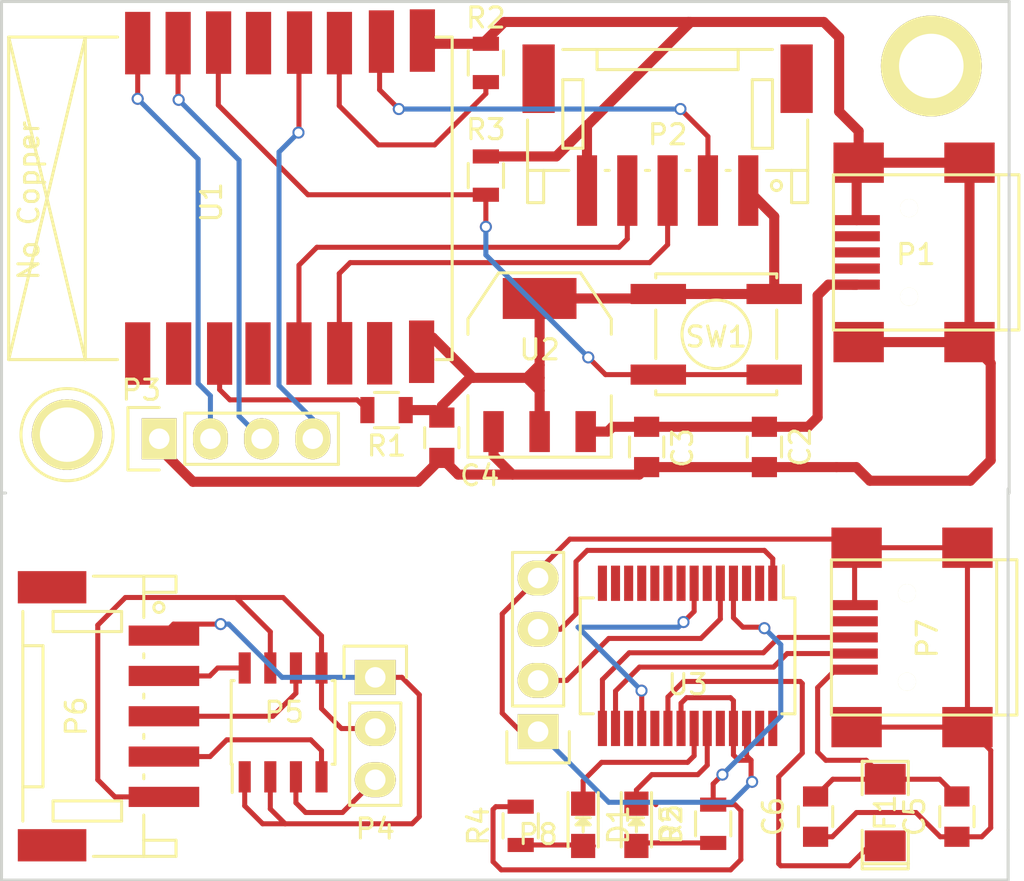
<source format=kicad_pcb>
(kicad_pcb (version 4) (host pcbnew 4.0.4-stable)

  (general
    (links 71)
    (no_connects 1)
    (area 116.358599 83.490999 166.495801 127.227401)
    (thickness 1.6)
    (drawings 11)
    (tracks 305)
    (zones 0)
    (modules 27)
    (nets 53)
  )

  (page A4)
  (layers
    (0 F.Cu signal)
    (31 B.Cu signal)
    (32 B.Adhes user hide)
    (33 F.Adhes user hide)
    (34 B.Paste user hide)
    (35 F.Paste user hide)
    (36 B.SilkS user)
    (37 F.SilkS user)
    (38 B.Mask user)
    (39 F.Mask user)
    (40 Dwgs.User user hide)
    (41 Cmts.User user hide)
    (42 Eco1.User user)
    (43 Eco2.User user)
    (44 Edge.Cuts user)
    (45 Margin user)
    (46 B.CrtYd user hide)
    (47 F.CrtYd user)
    (48 B.Fab user hide)
    (49 F.Fab user hide)
  )

  (setup
    (last_trace_width 0.25)
    (trace_clearance 0.2)
    (zone_clearance 0.508)
    (zone_45_only no)
    (trace_min 0.2)
    (segment_width 0.2)
    (edge_width 0.15)
    (via_size 0.6)
    (via_drill 0.4)
    (via_min_size 0.6)
    (via_min_drill 0.3)
    (uvia_size 0.3)
    (uvia_drill 0.1)
    (uvias_allowed no)
    (uvia_min_size 0.2)
    (uvia_min_drill 0.1)
    (pcb_text_width 0.3)
    (pcb_text_size 1.5 1.5)
    (mod_edge_width 0.15)
    (mod_text_size 1 1)
    (mod_text_width 0.15)
    (pad_size 3.5 3.5)
    (pad_drill 2.7)
    (pad_to_mask_clearance 0.2)
    (aux_axis_origin 0 0)
    (grid_origin 152.5016 99.0092)
    (visible_elements 7FFFFFFF)
    (pcbplotparams
      (layerselection 0x010f0_80000001)
      (usegerberextensions false)
      (excludeedgelayer true)
      (linewidth 0.100000)
      (plotframeref false)
      (viasonmask false)
      (mode 1)
      (useauxorigin false)
      (hpglpennumber 1)
      (hpglpenspeed 20)
      (hpglpendiameter 15)
      (hpglpenoverlay 2)
      (psnegative false)
      (psa4output false)
      (plotreference true)
      (plotvalue true)
      (plotinvisibletext false)
      (padsonsilk false)
      (subtractmaskfromsilk false)
      (outputformat 1)
      (mirror false)
      (drillshape 0)
      (scaleselection 1)
      (outputdirectory ""))
  )

  (net 0 "")
  (net 1 GND)
  (net 2 +5V)
  (net 3 +3V3)
  (net 4 "Net-(P1-Pad4)")
  (net 5 SS)
  (net 6 MISO)
  (net 7 SCLK)
  (net 8 "Net-(R1-Pad2)")
  (net 9 "Net-(R2-Pad1)")
  (net 10 "Net-(U1-Pad1)")
  (net 11 "Net-(U1-Pad4)")
  (net 12 "Net-(U1-Pad7)")
  (net 13 "Net-(U1-Pad13)")
  (net 14 TX)
  (net 15 RX)
  (net 16 "Net-(R3-Pad2)")
  (net 17 "Net-(P3-Pad4)")
  (net 18 "Net-(P1-Pad2)")
  (net 19 "Net-(P1-Pad3)")
  (net 20 GNDA)
  (net 21 "Net-(C5-Pad2)")
  (net 22 "Net-(F1-Pad1)")
  (net 23 VCC_A)
  (net 24 SS_A)
  (net 25 MISO_A)
  (net 26 SCLK_A)
  (net 27 GNDD)
  (net 28 USBDm)
  (net 29 USBDp)
  (net 30 "Net-(P7-Pad4)")
  (net 31 RX_A)
  (net 32 TX_A)
  (net 33 "Net-(D1-Pad2)")
  (net 34 VCCIO)
  (net 35 "Net-(D2-Pad2)")
  (net 36 "Net-(D1-Pad1)")
  (net 37 "Net-(D2-Pad1)")
  (net 38 AnalogIn)
  (net 39 "Net-(U3-Pad2)")
  (net 40 "Net-(U3-Pad3)")
  (net 41 "Net-(U3-Pad6)")
  (net 42 "Net-(U3-Pad9)")
  (net 43 "Net-(U3-Pad10)")
  (net 44 "Net-(U3-Pad11)")
  (net 45 "Net-(U3-Pad12)")
  (net 46 "Net-(U3-Pad13)")
  (net 47 "Net-(U3-Pad14)")
  (net 48 "Net-(U3-Pad17)")
  (net 49 "Net-(U3-Pad19)")
  (net 50 "Net-(U3-Pad27)")
  (net 51 "Net-(U3-Pad28)")
  (net 52 "Net-(U1-Pad2)")

  (net_class Default "This is the default net class."
    (clearance 0.2)
    (trace_width 0.25)
    (via_dia 0.6)
    (via_drill 0.4)
    (uvia_dia 0.3)
    (uvia_drill 0.1)
    (add_net AnalogIn)
    (add_net GNDA)
    (add_net GNDD)
    (add_net MISO)
    (add_net MISO_A)
    (add_net "Net-(C5-Pad2)")
    (add_net "Net-(D1-Pad1)")
    (add_net "Net-(D1-Pad2)")
    (add_net "Net-(D2-Pad1)")
    (add_net "Net-(D2-Pad2)")
    (add_net "Net-(F1-Pad1)")
    (add_net "Net-(P1-Pad2)")
    (add_net "Net-(P1-Pad3)")
    (add_net "Net-(P1-Pad4)")
    (add_net "Net-(P3-Pad4)")
    (add_net "Net-(P7-Pad4)")
    (add_net "Net-(R1-Pad2)")
    (add_net "Net-(R2-Pad1)")
    (add_net "Net-(R3-Pad2)")
    (add_net "Net-(U1-Pad1)")
    (add_net "Net-(U1-Pad13)")
    (add_net "Net-(U1-Pad2)")
    (add_net "Net-(U1-Pad4)")
    (add_net "Net-(U1-Pad7)")
    (add_net "Net-(U3-Pad10)")
    (add_net "Net-(U3-Pad11)")
    (add_net "Net-(U3-Pad12)")
    (add_net "Net-(U3-Pad13)")
    (add_net "Net-(U3-Pad14)")
    (add_net "Net-(U3-Pad17)")
    (add_net "Net-(U3-Pad19)")
    (add_net "Net-(U3-Pad2)")
    (add_net "Net-(U3-Pad27)")
    (add_net "Net-(U3-Pad28)")
    (add_net "Net-(U3-Pad3)")
    (add_net "Net-(U3-Pad6)")
    (add_net "Net-(U3-Pad9)")
    (add_net RX)
    (add_net RX_A)
    (add_net SCLK)
    (add_net SCLK_A)
    (add_net SS)
    (add_net SS_A)
    (add_net TX)
    (add_net TX_A)
    (add_net USBDm)
    (add_net USBDp)
    (add_net VCCIO)
    (add_net VCC_A)
  )

  (net_class GndPwr ""
    (clearance 0.2)
    (trace_width 0.5)
    (via_dia 0.6)
    (via_drill 0.4)
    (uvia_dia 0.3)
    (uvia_drill 0.1)
    (add_net +3V3)
    (add_net +5V)
    (add_net GND)
  )

  (module Pin_Headers:Pin_Header_Straight_1x03 (layer F.Cu) (tedit 57F53FAD) (tstamp 57F40E0A)
    (at 134.9756 117.094)
    (descr "Through hole pin header")
    (tags "pin header")
    (path /57F4582E)
    (fp_text reference P4 (at 0 7.5184) (layer F.SilkS)
      (effects (font (size 1 1) (thickness 0.15)))
    )
    (fp_text value Mic_IN (at -0.7112 -2.3876) (layer F.Fab)
      (effects (font (size 1 1) (thickness 0.15)))
    )
    (fp_line (start -1.75 -1.75) (end -1.75 6.85) (layer F.CrtYd) (width 0.05))
    (fp_line (start 1.75 -1.75) (end 1.75 6.85) (layer F.CrtYd) (width 0.05))
    (fp_line (start -1.75 -1.75) (end 1.75 -1.75) (layer F.CrtYd) (width 0.05))
    (fp_line (start -1.75 6.85) (end 1.75 6.85) (layer F.CrtYd) (width 0.05))
    (fp_line (start -1.27 1.27) (end -1.27 6.35) (layer F.SilkS) (width 0.15))
    (fp_line (start -1.27 6.35) (end 1.27 6.35) (layer F.SilkS) (width 0.15))
    (fp_line (start 1.27 6.35) (end 1.27 1.27) (layer F.SilkS) (width 0.15))
    (fp_line (start 1.55 -1.55) (end 1.55 0) (layer F.SilkS) (width 0.15))
    (fp_line (start 1.27 1.27) (end -1.27 1.27) (layer F.SilkS) (width 0.15))
    (fp_line (start -1.55 0) (end -1.55 -1.55) (layer F.SilkS) (width 0.15))
    (fp_line (start -1.55 -1.55) (end 1.55 -1.55) (layer F.SilkS) (width 0.15))
    (pad 1 thru_hole rect (at 0 0) (size 2.032 1.7272) (drill 1.016) (layers *.Cu *.Mask F.SilkS)
      (net 23 VCC_A))
    (pad 2 thru_hole oval (at 0 2.54) (size 2.032 1.7272) (drill 1.016) (layers *.Cu *.Mask F.SilkS)
      (net 27 GNDD))
    (pad 3 thru_hole oval (at 0 5.08) (size 2.032 1.7272) (drill 1.016) (layers *.Cu *.Mask F.SilkS)
      (net 38 AnalogIn))
    (model Pin_Headers.3dshapes/Pin_Header_Straight_1x03.wrl
      (at (xyz 0 -0.1 0))
      (scale (xyz 1 1 1))
      (rotate (xyz 0 0 90))
    )
  )

  (module Connect:USB_Mini-B (layer F.Cu) (tedit 57F53B19) (tstamp 57F40C9C)
    (at 162.2044 115.1128 180)
    (descr "USB Mini-B 5-pin SMD connector")
    (tags "USB USB_B USB_Mini connector")
    (path /57F409A5)
    (attr smd)
    (fp_text reference P7 (at -0.1524 -0.0508 270) (layer F.SilkS)
      (effects (font (size 1 1) (thickness 0.15)))
    )
    (fp_text value USB_OTG (at 0 -7.0993 180) (layer F.Fab) hide
      (effects (font (size 1 1) (thickness 0.15)))
    )
    (fp_line (start -4.85 -5.7) (end 4.85 -5.7) (layer F.CrtYd) (width 0.05))
    (fp_line (start 4.85 -5.7) (end 4.85 5.7) (layer F.CrtYd) (width 0.05))
    (fp_line (start 4.85 5.7) (end -4.85 5.7) (layer F.CrtYd) (width 0.05))
    (fp_line (start -4.85 5.7) (end -4.85 -5.7) (layer F.CrtYd) (width 0.05))
    (fp_line (start -3.59918 -3.85064) (end -3.59918 3.85064) (layer F.SilkS) (width 0.15))
    (fp_line (start -4.59994 -3.85064) (end -4.59994 3.85064) (layer F.SilkS) (width 0.15))
    (fp_line (start -4.59994 3.85064) (end 4.59994 3.85064) (layer F.SilkS) (width 0.15))
    (fp_line (start 4.59994 3.85064) (end 4.59994 -3.85064) (layer F.SilkS) (width 0.15))
    (fp_line (start 4.59994 -3.85064) (end -4.59994 -3.85064) (layer F.SilkS) (width 0.15))
    (pad 1 smd rect (at 3.44932 -1.6002 180) (size 2.30124 0.50038) (layers F.Cu F.Paste F.Mask)
      (net 21 "Net-(C5-Pad2)"))
    (pad 2 smd rect (at 3.44932 -0.8001 180) (size 2.30124 0.50038) (layers F.Cu F.Paste F.Mask)
      (net 28 USBDm))
    (pad 3 smd rect (at 3.44932 0 180) (size 2.30124 0.50038) (layers F.Cu F.Paste F.Mask)
      (net 29 USBDp))
    (pad 4 smd rect (at 3.44932 0.8001 180) (size 2.30124 0.50038) (layers F.Cu F.Paste F.Mask)
      (net 30 "Net-(P7-Pad4)"))
    (pad 5 smd rect (at 3.44932 1.6002 180) (size 2.30124 0.50038) (layers F.Cu F.Paste F.Mask)
      (net 20 GNDA))
    (pad 6 smd rect (at 3.35026 -4.45008 180) (size 2.49936 1.99898) (layers F.Cu F.Paste F.Mask)
      (net 20 GNDA))
    (pad 6 smd rect (at -2.14884 -4.45008 180) (size 2.49936 1.99898) (layers F.Cu F.Paste F.Mask)
      (net 20 GNDA))
    (pad 6 smd rect (at 3.35026 4.45008 180) (size 2.49936 1.99898) (layers F.Cu F.Paste F.Mask)
      (net 20 GNDA))
    (pad 6 smd rect (at -2.14884 4.45008 180) (size 2.49936 1.99898) (layers F.Cu F.Paste F.Mask)
      (net 20 GNDA))
    (pad "" np_thru_hole circle (at 0.8509 -2.19964 180) (size 0.89916 0.89916) (drill 0.89916) (layers *.Cu *.Mask F.SilkS))
    (pad "" np_thru_hole circle (at 0.8509 2.19964 180) (size 0.89916 0.89916) (drill 0.89916) (layers *.Cu *.Mask F.SilkS))
  )

  (module Housings_SSOP:SSOP-28_5.3x10.2mm_Pitch0.65mm (layer F.Cu) (tedit 57F53B08) (tstamp 57F40E36)
    (at 150.4696 116.0272 270)
    (descr "28-Lead Plastic Shrink Small Outline (SS)-5.30 mm Body [SSOP] (see Microchip Packaging Specification 00000049BS.pdf)")
    (tags "SSOP 0.65")
    (path /57F40822)
    (attr smd)
    (fp_text reference U3 (at 1.4224 0 360) (layer F.SilkS)
      (effects (font (size 1 1) (thickness 0.15)))
    )
    (fp_text value FT232RL (at 0 0 360) (layer F.Fab)
      (effects (font (size 1 1) (thickness 0.15)))
    )
    (fp_line (start -1.65 -5.1) (end 2.65 -5.1) (layer F.Fab) (width 0.15))
    (fp_line (start 2.65 -5.1) (end 2.65 5.1) (layer F.Fab) (width 0.15))
    (fp_line (start 2.65 5.1) (end -2.65 5.1) (layer F.Fab) (width 0.15))
    (fp_line (start -2.65 5.1) (end -2.65 -4.1) (layer F.Fab) (width 0.15))
    (fp_line (start -2.65 -4.1) (end -1.65 -5.1) (layer F.Fab) (width 0.15))
    (fp_line (start -4.75 -5.5) (end -4.75 5.5) (layer F.CrtYd) (width 0.05))
    (fp_line (start 4.75 -5.5) (end 4.75 5.5) (layer F.CrtYd) (width 0.05))
    (fp_line (start -4.75 -5.5) (end 4.75 -5.5) (layer F.CrtYd) (width 0.05))
    (fp_line (start -4.75 5.5) (end 4.75 5.5) (layer F.CrtYd) (width 0.05))
    (fp_line (start -2.875 -5.325) (end -2.875 -4.75) (layer F.SilkS) (width 0.15))
    (fp_line (start 2.875 -5.325) (end 2.875 -4.675) (layer F.SilkS) (width 0.15))
    (fp_line (start 2.875 5.325) (end 2.875 4.675) (layer F.SilkS) (width 0.15))
    (fp_line (start -2.875 5.325) (end -2.875 4.675) (layer F.SilkS) (width 0.15))
    (fp_line (start -2.875 -5.325) (end 2.875 -5.325) (layer F.SilkS) (width 0.15))
    (fp_line (start -2.875 5.325) (end 2.875 5.325) (layer F.SilkS) (width 0.15))
    (fp_line (start -2.875 -4.75) (end -4.475 -4.75) (layer F.SilkS) (width 0.15))
    (pad 1 smd rect (at -3.6 -4.225 270) (size 1.75 0.45) (layers F.Cu F.Paste F.Mask)
      (net 32 TX_A))
    (pad 2 smd rect (at -3.6 -3.575 270) (size 1.75 0.45) (layers F.Cu F.Paste F.Mask)
      (net 39 "Net-(U3-Pad2)"))
    (pad 3 smd rect (at -3.6 -2.925 270) (size 1.75 0.45) (layers F.Cu F.Paste F.Mask)
      (net 40 "Net-(U3-Pad3)"))
    (pad 4 smd rect (at -3.6 -2.275 270) (size 1.75 0.45) (layers F.Cu F.Paste F.Mask)
      (net 34 VCCIO))
    (pad 5 smd rect (at -3.6 -1.625 270) (size 1.75 0.45) (layers F.Cu F.Paste F.Mask)
      (net 31 RX_A))
    (pad 6 smd rect (at -3.6 -0.975 270) (size 1.75 0.45) (layers F.Cu F.Paste F.Mask)
      (net 41 "Net-(U3-Pad6)"))
    (pad 7 smd rect (at -3.6 -0.325 270) (size 1.75 0.45) (layers F.Cu F.Paste F.Mask)
      (net 20 GNDA))
    (pad 8 smd rect (at -3.6 0.325 270) (size 1.75 0.45) (layers F.Cu F.Paste F.Mask))
    (pad 9 smd rect (at -3.6 0.975 270) (size 1.75 0.45) (layers F.Cu F.Paste F.Mask)
      (net 42 "Net-(U3-Pad9)"))
    (pad 10 smd rect (at -3.6 1.625 270) (size 1.75 0.45) (layers F.Cu F.Paste F.Mask)
      (net 43 "Net-(U3-Pad10)"))
    (pad 11 smd rect (at -3.6 2.275 270) (size 1.75 0.45) (layers F.Cu F.Paste F.Mask)
      (net 44 "Net-(U3-Pad11)"))
    (pad 12 smd rect (at -3.6 2.925 270) (size 1.75 0.45) (layers F.Cu F.Paste F.Mask)
      (net 45 "Net-(U3-Pad12)"))
    (pad 13 smd rect (at -3.6 3.575 270) (size 1.75 0.45) (layers F.Cu F.Paste F.Mask)
      (net 46 "Net-(U3-Pad13)"))
    (pad 14 smd rect (at -3.6 4.225 270) (size 1.75 0.45) (layers F.Cu F.Paste F.Mask)
      (net 47 "Net-(U3-Pad14)"))
    (pad 15 smd rect (at 3.6 4.225 270) (size 1.75 0.45) (layers F.Cu F.Paste F.Mask)
      (net 29 USBDp))
    (pad 16 smd rect (at 3.6 3.575 270) (size 1.75 0.45) (layers F.Cu F.Paste F.Mask)
      (net 28 USBDm))
    (pad 17 smd rect (at 3.6 2.925 270) (size 1.75 0.45) (layers F.Cu F.Paste F.Mask)
      (net 48 "Net-(U3-Pad17)"))
    (pad 18 smd rect (at 3.6 2.275 270) (size 1.75 0.45) (layers F.Cu F.Paste F.Mask)
      (net 20 GNDA))
    (pad 19 smd rect (at 3.6 1.625 270) (size 1.75 0.45) (layers F.Cu F.Paste F.Mask)
      (net 49 "Net-(U3-Pad19)"))
    (pad 20 smd rect (at 3.6 0.975 270) (size 1.75 0.45) (layers F.Cu F.Paste F.Mask)
      (net 22 "Net-(F1-Pad1)"))
    (pad 21 smd rect (at 3.6 0.325 270) (size 1.75 0.45) (layers F.Cu F.Paste F.Mask)
      (net 20 GNDA))
    (pad 22 smd rect (at 3.6 -0.325 270) (size 1.75 0.45) (layers F.Cu F.Paste F.Mask)
      (net 36 "Net-(D1-Pad1)"))
    (pad 23 smd rect (at 3.6 -0.975 270) (size 1.75 0.45) (layers F.Cu F.Paste F.Mask)
      (net 37 "Net-(D2-Pad1)"))
    (pad 24 smd rect (at 3.6 -1.625 270) (size 1.75 0.45) (layers F.Cu F.Paste F.Mask))
    (pad 25 smd rect (at 3.6 -2.275 270) (size 1.75 0.45) (layers F.Cu F.Paste F.Mask)
      (net 20 GNDA))
    (pad 26 smd rect (at 3.6 -2.925 270) (size 1.75 0.45) (layers F.Cu F.Paste F.Mask)
      (net 20 GNDA))
    (pad 27 smd rect (at 3.6 -3.575 270) (size 1.75 0.45) (layers F.Cu F.Paste F.Mask)
      (net 50 "Net-(U3-Pad27)"))
    (pad 28 smd rect (at 3.6 -4.225 270) (size 1.75 0.45) (layers F.Cu F.Paste F.Mask)
      (net 51 "Net-(U3-Pad28)"))
    (model Housings_SSOP.3dshapes/SSOP-28_5.3x10.2mm_Pitch0.65mm.wrl
      (at (xyz 0 0 0))
      (scale (xyz 1 1 1))
      (rotate (xyz 0 0 0))
    )
  )

  (module Pin_Headers:Pin_Header_Straight_1x04 (layer F.Cu) (tedit 57F53B12) (tstamp 57F40CAF)
    (at 143.0528 119.7864 180)
    (descr "Through hole pin header")
    (tags "pin header")
    (path /57F41377)
    (fp_text reference P8 (at 0 -5.1 180) (layer F.SilkS)
      (effects (font (size 1 1) (thickness 0.15)))
    )
    (fp_text value CONN_01X04 (at -15.9004 19.8628 270) (layer F.Fab) hide
      (effects (font (size 1 1) (thickness 0.15)))
    )
    (fp_line (start -1.75 -1.75) (end -1.75 9.4) (layer F.CrtYd) (width 0.05))
    (fp_line (start 1.75 -1.75) (end 1.75 9.4) (layer F.CrtYd) (width 0.05))
    (fp_line (start -1.75 -1.75) (end 1.75 -1.75) (layer F.CrtYd) (width 0.05))
    (fp_line (start -1.75 9.4) (end 1.75 9.4) (layer F.CrtYd) (width 0.05))
    (fp_line (start -1.27 1.27) (end -1.27 8.89) (layer F.SilkS) (width 0.15))
    (fp_line (start 1.27 1.27) (end 1.27 8.89) (layer F.SilkS) (width 0.15))
    (fp_line (start 1.55 -1.55) (end 1.55 0) (layer F.SilkS) (width 0.15))
    (fp_line (start -1.27 8.89) (end 1.27 8.89) (layer F.SilkS) (width 0.15))
    (fp_line (start 1.27 1.27) (end -1.27 1.27) (layer F.SilkS) (width 0.15))
    (fp_line (start -1.55 0) (end -1.55 -1.55) (layer F.SilkS) (width 0.15))
    (fp_line (start -1.55 -1.55) (end 1.55 -1.55) (layer F.SilkS) (width 0.15))
    (pad 1 thru_hole rect (at 0 0 180) (size 2.032 1.7272) (drill 1.016) (layers *.Cu *.Mask F.SilkS)
      (net 20 GNDA))
    (pad 2 thru_hole oval (at 0 2.54 180) (size 2.032 1.7272) (drill 1.016) (layers *.Cu *.Mask F.SilkS)
      (net 31 RX_A))
    (pad 3 thru_hole oval (at 0 5.08 180) (size 2.032 1.7272) (drill 1.016) (layers *.Cu *.Mask F.SilkS)
      (net 32 TX_A))
    (pad 4 thru_hole oval (at 0 7.62 180) (size 2.032 1.7272) (drill 1.016) (layers *.Cu *.Mask F.SilkS)
      (net 20 GNDA))
    (model Pin_Headers.3dshapes/Pin_Header_Straight_1x04.wrl
      (at (xyz 0 -0.15 0))
      (scale (xyz 1 1 1))
      (rotate (xyz 0 0 90))
    )
  )

  (module ESP8266:ESP-07v2 (layer F.Cu) (tedit 57F3FDE6) (tstamp 57F17439)
    (at 123.19 100.33 90)
    (descr "Module, ESP-8266, ESP-07v2, 16 pad, SMD")
    (tags "Module ESP-8266 ESP8266")
    (path /57F14223)
    (fp_text reference U1 (at 6.8072 3.6576 270) (layer F.SilkS)
      (effects (font (size 1 1) (thickness 0.15)))
    )
    (fp_text value ESP-07v2 (at 7.25 2.25 90) (layer F.Fab)
      (effects (font (size 1 1) (thickness 0.15)))
    )
    (fp_line (start -2.25 -0.5) (end -2.25 -6.65) (layer F.CrtYd) (width 0.05))
    (fp_line (start -2.25 -6.65) (end 16.25 -6.65) (layer F.CrtYd) (width 0.05))
    (fp_line (start 16.25 -6.65) (end 16.25 16) (layer F.CrtYd) (width 0.05))
    (fp_line (start 16.25 16) (end -2.25 16) (layer F.CrtYd) (width 0.05))
    (fp_line (start -2.25 16) (end -2.25 -0.5) (layer F.CrtYd) (width 0.05))
    (fp_line (start -1 -6.4) (end 15 -6.4) (layer F.SilkS) (width 0.1524))
    (fp_line (start 15 -6.4) (end 15 -1) (layer F.SilkS) (width 0.1524))
    (fp_line (start -1 -6.4) (end -1 -1) (layer F.SilkS) (width 0.1524))
    (fp_line (start -1 14.8) (end -1 15.6) (layer F.SilkS) (width 0.1524))
    (fp_line (start -1 15.6) (end 15 15.6) (layer F.SilkS) (width 0.1524))
    (fp_line (start 15 15.6) (end 15 14.8) (layer F.SilkS) (width 0.1524))
    (fp_line (start 15 -6.4) (end -1 -2.6) (layer F.SilkS) (width 0.1524))
    (fp_line (start -1 -6.4) (end 15 -2.6) (layer F.SilkS) (width 0.1524))
    (fp_text user "No Copper" (at 6.892 -5.4 90) (layer F.SilkS)
      (effects (font (size 1 1) (thickness 0.15)))
    )
    (fp_line (start -1.008 -2.6) (end 14.992 -2.6) (layer F.SilkS) (width 0.1524))
    (fp_line (start 15 -6.4) (end 15 15.6) (layer F.Fab) (width 0.05))
    (fp_line (start 15 15.6) (end -1 15.6) (layer F.Fab) (width 0.05))
    (fp_line (start -1.008 15.6) (end -1.008 -6.4) (layer F.Fab) (width 0.05))
    (fp_line (start -1 -6.4) (end 15 -6.4) (layer F.Fab) (width 0.05))
    (pad 9 smd rect (at 14.127 14.1224 90) (size 3.1 1.25) (drill (offset 0.7 0)) (layers F.Cu F.Paste F.Mask)
      (net 1 GND))
    (pad 10 smd rect (at 14.0762 12.0904 90) (size 3.1 1.25) (drill (offset 0.7 0)) (layers F.Cu F.Paste F.Mask)
      (net 5 SS))
    (pad 11 smd rect (at 14 10.0076 90) (size 3.1 1.25) (drill (offset 0.7 0)) (layers F.Cu F.Paste F.Mask)
      (net 9 "Net-(R2-Pad1)"))
    (pad 12 smd rect (at 14.0254 8.0264 90) (size 3.1 1.25) (drill (offset 0.7 0)) (layers F.Cu F.Paste F.Mask)
      (net 17 "Net-(P3-Pad4)"))
    (pad 13 smd rect (at 14 5.9944 90) (size 3.1 1.25) (drill (offset 0.7 0)) (layers F.Cu F.Paste F.Mask)
      (net 13 "Net-(U1-Pad13)"))
    (pad 14 smd rect (at 14.0254 4.0132 90) (size 3.1 1.25) (drill (offset 0.7 0)) (layers F.Cu F.Paste F.Mask)
      (net 16 "Net-(R3-Pad2)"))
    (pad 15 smd rect (at 14 2.0066 90) (size 3.1 1.25) (drill (offset 0.7 0)) (layers F.Cu F.Paste F.Mask)
      (net 14 TX))
    (pad 8 smd rect (at 0.0889 14.0843 90) (size 3.1 1.25) (drill (offset -0.7 0)) (layers F.Cu F.Paste F.Mask)
      (net 3 +3V3))
    (pad 7 smd rect (at 0.0127 12.0015 90) (size 3.1 1.25) (drill (offset -0.7 0)) (layers F.Cu F.Paste F.Mask)
      (net 12 "Net-(U1-Pad7)"))
    (pad 6 smd rect (at 0.0127 10.0203 90) (size 3.1 1.25) (drill (offset -0.7 0)) (layers F.Cu F.Paste F.Mask)
      (net 6 MISO))
    (pad 5 smd rect (at 0 8.001 90) (size 3.1 1.25) (drill (offset -0.7 0)) (layers F.Cu F.Paste F.Mask)
      (net 7 SCLK))
    (pad 4 smd rect (at 0 5.969 90) (size 3.1 1.25) (drill (offset -0.7 0)) (layers F.Cu F.Paste F.Mask)
      (net 11 "Net-(U1-Pad4)"))
    (pad 3 smd rect (at 0 4.064 90) (size 3.1 1.25) (drill (offset -0.7 0)) (layers F.Cu F.Paste F.Mask)
      (net 8 "Net-(R1-Pad2)"))
    (pad 2 smd rect (at 0 2.032 90) (size 3.1 1.25) (drill (offset -0.7 0)) (layers F.Cu F.Paste F.Mask)
      (net 52 "Net-(U1-Pad2)"))
    (pad 1 smd rect (at 0 0 90) (size 3.1 1.25) (drill (offset -0.7 0)) (layers F.Cu F.Paste F.Mask)
      (net 10 "Net-(U1-Pad1)"))
    (pad 16 smd rect (at 14 0 90) (size 3.1 1.25) (drill (offset 0.7 0)) (layers F.Cu F.Paste F.Mask)
      (net 15 RX))
    (model ${ESPLIB}/ESP8266.3dshapes/ESP-07v2.wrl
      (at (xyz 0 0 0))
      (scale (xyz 0.3937 0.3937 0.3937))
      (rotate (xyz 0 0 0))
    )
  )

  (module Connect:USB_Mini-B (layer F.Cu) (tedit 57F3EA77) (tstamp 57F173F4)
    (at 162.306 96.012 180)
    (descr "USB Mini-B 5-pin SMD connector")
    (tags "USB USB_B USB_Mini connector")
    (path /57F144A6)
    (attr smd)
    (fp_text reference P1 (at 0.508 -0.1016 180) (layer F.SilkS)
      (effects (font (size 1 1) (thickness 0.15)))
    )
    (fp_text value USB_OTG (at -1.651 -0.127 270) (layer F.Fab) hide
      (effects (font (size 1 1) (thickness 0.15)))
    )
    (fp_line (start -4.85 -5.7) (end 4.85 -5.7) (layer F.CrtYd) (width 0.05))
    (fp_line (start 4.85 -5.7) (end 4.85 5.7) (layer F.CrtYd) (width 0.05))
    (fp_line (start 4.85 5.7) (end -4.85 5.7) (layer F.CrtYd) (width 0.05))
    (fp_line (start -4.85 5.7) (end -4.85 -5.7) (layer F.CrtYd) (width 0.05))
    (fp_line (start -3.59918 -3.85064) (end -3.59918 3.85064) (layer F.SilkS) (width 0.15))
    (fp_line (start -4.59994 -3.85064) (end -4.59994 3.85064) (layer F.SilkS) (width 0.15))
    (fp_line (start -4.59994 3.85064) (end 4.59994 3.85064) (layer F.SilkS) (width 0.15))
    (fp_line (start 4.59994 3.85064) (end 4.59994 -3.85064) (layer F.SilkS) (width 0.15))
    (fp_line (start 4.59994 -3.85064) (end -4.59994 -3.85064) (layer F.SilkS) (width 0.15))
    (pad 1 smd rect (at 3.44932 -1.6002 180) (size 2.30124 0.50038) (layers F.Cu F.Paste F.Mask)
      (net 2 +5V))
    (pad 2 smd rect (at 3.44932 -0.8001 180) (size 2.30124 0.50038) (layers F.Cu F.Paste F.Mask)
      (net 18 "Net-(P1-Pad2)"))
    (pad 3 smd rect (at 3.44932 0 180) (size 2.30124 0.50038) (layers F.Cu F.Paste F.Mask)
      (net 19 "Net-(P1-Pad3)"))
    (pad 4 smd rect (at 3.44932 0.8001 180) (size 2.30124 0.50038) (layers F.Cu F.Paste F.Mask)
      (net 4 "Net-(P1-Pad4)"))
    (pad 5 smd rect (at 3.44932 1.6002 180) (size 2.30124 0.50038) (layers F.Cu F.Paste F.Mask)
      (net 1 GND))
    (pad 6 smd rect (at 3.35026 -4.45008 180) (size 2.49936 1.99898) (layers F.Cu F.Paste F.Mask)
      (net 1 GND))
    (pad 6 smd rect (at -2.14884 -4.45008 180) (size 2.49936 1.99898) (layers F.Cu F.Paste F.Mask)
      (net 1 GND))
    (pad 6 smd rect (at 3.35026 4.45008 180) (size 2.49936 1.99898) (layers F.Cu F.Paste F.Mask)
      (net 1 GND))
    (pad 6 smd rect (at -2.14884 4.45008 180) (size 2.49936 1.99898) (layers F.Cu F.Paste F.Mask)
      (net 1 GND))
    (pad "" np_thru_hole circle (at 0.8509 -2.19964 180) (size 0.89916 0.89916) (drill 0.89916) (layers *.Cu *.Mask F.SilkS))
    (pad "" np_thru_hole circle (at 0.8509 2.19964 180) (size 0.89916 0.89916) (drill 0.89916) (layers *.Cu *.Mask F.SilkS))
  )

  (module Capacitors_SMD:C_0805 (layer F.Cu) (tedit 57F8D52D) (tstamp 57F173C1)
    (at 154.2796 105.664 270)
    (descr "Capacitor SMD 0805, reflow soldering, AVX (see smccp.pdf)")
    (tags "capacitor 0805")
    (path /57F15504)
    (attr smd)
    (fp_text reference C2 (at 0 -1.778 450) (layer F.SilkS)
      (effects (font (size 1 1) (thickness 0.15)))
    )
    (fp_text value 0,1uF (at 1.8796 1.9812 360) (layer F.Fab) hide
      (effects (font (size 0.5 0.5) (thickness 0.125)))
    )
    (fp_line (start -1 0.625) (end -1 -0.625) (layer F.Fab) (width 0.15))
    (fp_line (start 1 0.625) (end -1 0.625) (layer F.Fab) (width 0.15))
    (fp_line (start 1 -0.625) (end 1 0.625) (layer F.Fab) (width 0.15))
    (fp_line (start -1 -0.625) (end 1 -0.625) (layer F.Fab) (width 0.15))
    (fp_line (start -1.8 -1) (end 1.8 -1) (layer F.CrtYd) (width 0.05))
    (fp_line (start -1.8 1) (end 1.8 1) (layer F.CrtYd) (width 0.05))
    (fp_line (start -1.8 -1) (end -1.8 1) (layer F.CrtYd) (width 0.05))
    (fp_line (start 1.8 -1) (end 1.8 1) (layer F.CrtYd) (width 0.05))
    (fp_line (start 0.5 -0.85) (end -0.5 -0.85) (layer F.SilkS) (width 0.15))
    (fp_line (start -0.5 0.85) (end 0.5 0.85) (layer F.SilkS) (width 0.15))
    (pad 1 smd rect (at -1 0 270) (size 1 1.25) (layers F.Cu F.Paste F.Mask)
      (net 2 +5V))
    (pad 2 smd rect (at 1 0 270) (size 1 1.25) (layers F.Cu F.Paste F.Mask)
      (net 1 GND))
    (model Capacitors_SMD.3dshapes/C_0805.wrl
      (at (xyz 0 0 0))
      (scale (xyz 1 1 1))
      (rotate (xyz 0 0 0))
    )
  )

  (module Capacitors_SMD:C_0805 (layer F.Cu) (tedit 57F3F5F3) (tstamp 57F173C7)
    (at 148.4376 105.664 90)
    (descr "Capacitor SMD 0805, reflow soldering, AVX (see smccp.pdf)")
    (tags "capacitor 0805")
    (path /57F1835E)
    (attr smd)
    (fp_text reference C3 (at -0.0508 1.778 270) (layer F.SilkS)
      (effects (font (size 1 1) (thickness 0.15)))
    )
    (fp_text value 10uF (at -1.8796 1.9812 180) (layer F.Fab) hide
      (effects (font (size 0.5 0.5) (thickness 0.125)))
    )
    (fp_line (start -1 0.625) (end -1 -0.625) (layer F.Fab) (width 0.15))
    (fp_line (start 1 0.625) (end -1 0.625) (layer F.Fab) (width 0.15))
    (fp_line (start 1 -0.625) (end 1 0.625) (layer F.Fab) (width 0.15))
    (fp_line (start -1 -0.625) (end 1 -0.625) (layer F.Fab) (width 0.15))
    (fp_line (start -1.8 -1) (end 1.8 -1) (layer F.CrtYd) (width 0.05))
    (fp_line (start -1.8 1) (end 1.8 1) (layer F.CrtYd) (width 0.05))
    (fp_line (start -1.8 -1) (end -1.8 1) (layer F.CrtYd) (width 0.05))
    (fp_line (start 1.8 -1) (end 1.8 1) (layer F.CrtYd) (width 0.05))
    (fp_line (start 0.5 -0.85) (end -0.5 -0.85) (layer F.SilkS) (width 0.15))
    (fp_line (start -0.5 0.85) (end 0.5 0.85) (layer F.SilkS) (width 0.15))
    (pad 1 smd rect (at -1 0 90) (size 1 1.25) (layers F.Cu F.Paste F.Mask)
      (net 1 GND))
    (pad 2 smd rect (at 1 0 90) (size 1 1.25) (layers F.Cu F.Paste F.Mask)
      (net 2 +5V))
    (model Capacitors_SMD.3dshapes/C_0805.wrl
      (at (xyz 0 0 0))
      (scale (xyz 1 1 1))
      (rotate (xyz 0 0 0))
    )
  )

  (module Capacitors_SMD:C_0805 (layer F.Cu) (tedit 57F3EB77) (tstamp 57F173CD)
    (at 138.2776 105.2068 90)
    (descr "Capacitor SMD 0805, reflow soldering, AVX (see smccp.pdf)")
    (tags "capacitor 0805")
    (path /57F182A6)
    (attr smd)
    (fp_text reference C4 (at -1.8796 1.8796 180) (layer F.SilkS)
      (effects (font (size 1 1) (thickness 0.15)))
    )
    (fp_text value 10uF (at -1.8796 4.7244 180) (layer F.Fab)
      (effects (font (size 1 1) (thickness 0.15)))
    )
    (fp_line (start -1 0.625) (end -1 -0.625) (layer F.Fab) (width 0.15))
    (fp_line (start 1 0.625) (end -1 0.625) (layer F.Fab) (width 0.15))
    (fp_line (start 1 -0.625) (end 1 0.625) (layer F.Fab) (width 0.15))
    (fp_line (start -1 -0.625) (end 1 -0.625) (layer F.Fab) (width 0.15))
    (fp_line (start -1.8 -1) (end 1.8 -1) (layer F.CrtYd) (width 0.05))
    (fp_line (start -1.8 1) (end 1.8 1) (layer F.CrtYd) (width 0.05))
    (fp_line (start -1.8 -1) (end -1.8 1) (layer F.CrtYd) (width 0.05))
    (fp_line (start 1.8 -1) (end 1.8 1) (layer F.CrtYd) (width 0.05))
    (fp_line (start 0.5 -0.85) (end -0.5 -0.85) (layer F.SilkS) (width 0.15))
    (fp_line (start -0.5 0.85) (end 0.5 0.85) (layer F.SilkS) (width 0.15))
    (pad 1 smd rect (at -1 0 90) (size 1 1.25) (layers F.Cu F.Paste F.Mask)
      (net 1 GND))
    (pad 2 smd rect (at 1 0 90) (size 1 1.25) (layers F.Cu F.Paste F.Mask)
      (net 3 +3V3))
    (model Capacitors_SMD.3dshapes/C_0805.wrl
      (at (xyz 0 0 0))
      (scale (xyz 1 1 1))
      (rotate (xyz 0 0 0))
    )
  )

  (module Connectors_JST:JST_PH_S5B-PH-SM4-TB_05x2.00mm_Angled (layer F.Cu) (tedit 57F3D969) (tstamp 57F173FF)
    (at 149.479 90.17 180)
    (descr http://www.jst-mfg.com/product/pdf/eng/ePH.pdf)
    (tags "connector jst ph")
    (path /57F1A954)
    (attr smd)
    (fp_text reference P2 (at 0 0 180) (layer F.SilkS)
      (effects (font (size 1 1) (thickness 0.15)))
    )
    (fp_text value "JST PH Connector" (at 0.127 5.715 180) (layer F.Fab)
      (effects (font (size 1 1) (thickness 0.15)))
    )
    (fp_circle (center -5.4 -2.525) (end -5.15 -2.525) (layer F.SilkS) (width 0.15))
    (fp_line (start -3.5 4.225) (end -3.5 3.225) (layer F.SilkS) (width 0.15))
    (fp_line (start -3.5 3.225) (end 3.5 3.225) (layer F.SilkS) (width 0.15))
    (fp_line (start 3.5 3.225) (end 3.5 4.225) (layer F.SilkS) (width 0.15))
    (fp_line (start -4.9 -1.775) (end -6.15 -1.775) (layer F.SilkS) (width 0.15))
    (fp_line (start -6.15 -1.775) (end -6.15 -3.375) (layer F.SilkS) (width 0.15))
    (fp_line (start -6.15 -3.375) (end -6.95 -3.375) (layer F.SilkS) (width 0.15))
    (fp_line (start -6.95 -3.375) (end -6.95 0.725) (layer F.SilkS) (width 0.15))
    (fp_line (start -6.15 -1.775) (end -6.95 -1.775) (layer F.SilkS) (width 0.15))
    (fp_line (start 4.9 -1.775) (end 6.15 -1.775) (layer F.SilkS) (width 0.15))
    (fp_line (start 6.15 -1.775) (end 6.15 -3.375) (layer F.SilkS) (width 0.15))
    (fp_line (start 6.15 -3.375) (end 6.95 -3.375) (layer F.SilkS) (width 0.15))
    (fp_line (start 6.95 -3.375) (end 6.95 0.725) (layer F.SilkS) (width 0.15))
    (fp_line (start 6.15 -1.775) (end 6.95 -1.775) (layer F.SilkS) (width 0.15))
    (fp_line (start -5.2 4.225) (end 5.2 4.225) (layer F.SilkS) (width 0.15))
    (fp_line (start -5.2 -0.675) (end -5.2 2.725) (layer F.SilkS) (width 0.15))
    (fp_line (start -5.2 2.725) (end -4.2 2.725) (layer F.SilkS) (width 0.15))
    (fp_line (start -4.2 2.725) (end -4.2 -0.675) (layer F.SilkS) (width 0.15))
    (fp_line (start -4.2 -0.675) (end -5.2 -0.675) (layer F.SilkS) (width 0.15))
    (fp_line (start 5.2 -0.675) (end 5.2 2.725) (layer F.SilkS) (width 0.15))
    (fp_line (start 5.2 2.725) (end 4.2 2.725) (layer F.SilkS) (width 0.15))
    (fp_line (start 4.2 2.725) (end 4.2 -0.675) (layer F.SilkS) (width 0.15))
    (fp_line (start 4.2 -0.675) (end 5.2 -0.675) (layer F.SilkS) (width 0.15))
    (fp_line (start -3.1 -1.775) (end -2.9 -1.775) (layer F.SilkS) (width 0.15))
    (fp_line (start -1.1 -1.775) (end -0.9 -1.775) (layer F.SilkS) (width 0.15))
    (fp_line (start 0.9 -1.775) (end 1.1 -1.775) (layer F.SilkS) (width 0.15))
    (fp_line (start 2.9 -1.775) (end 3.1 -1.775) (layer F.SilkS) (width 0.15))
    (fp_line (start -7.7 5) (end -7.7 -5.05) (layer F.CrtYd) (width 0.05))
    (fp_line (start -7.7 -5.05) (end 7.7 -5.05) (layer F.CrtYd) (width 0.05))
    (fp_line (start 7.7 -5.05) (end 7.7 5) (layer F.CrtYd) (width 0.05))
    (fp_line (start 7.7 5) (end -7.7 5) (layer F.CrtYd) (width 0.05))
    (pad 1 smd rect (at -4 -2.775 180) (size 1 3.5) (layers F.Cu F.Paste F.Mask)
      (net 3 +3V3))
    (pad 2 smd rect (at -2 -2.775 180) (size 1 3.5) (layers F.Cu F.Paste F.Mask)
      (net 5 SS))
    (pad 3 smd rect (at 0 -2.775 180) (size 1 3.5) (layers F.Cu F.Paste F.Mask)
      (net 6 MISO))
    (pad 4 smd rect (at 2 -2.775 180) (size 1 3.5) (layers F.Cu F.Paste F.Mask)
      (net 7 SCLK))
    (pad 5 smd rect (at 4 -2.775 180) (size 1 3.5) (layers F.Cu F.Paste F.Mask)
      (net 1 GND))
    (pad "" smd rect (at -6.4 2.775 180) (size 1.6 3.4) (layers F.Cu F.Paste F.Mask))
    (pad "" smd rect (at 6.4 2.775 180) (size 1.6 3.4) (layers F.Cu F.Paste F.Mask))
  )

  (module Resistors_SMD:R_0805 (layer F.Cu) (tedit 57F3EB6E) (tstamp 57F17405)
    (at 135.5344 103.8352 180)
    (descr "Resistor SMD 0805, reflow soldering, Vishay (see dcrcw.pdf)")
    (tags "resistor 0805")
    (path /57F1614C)
    (attr smd)
    (fp_text reference R1 (at 0 -1.778 180) (layer F.SilkS)
      (effects (font (size 1 1) (thickness 0.15)))
    )
    (fp_text value 10k (at -0.0508 -3.0988 360) (layer F.Fab)
      (effects (font (size 1 1) (thickness 0.15)))
    )
    (fp_line (start -1.6 -1) (end 1.6 -1) (layer F.CrtYd) (width 0.05))
    (fp_line (start -1.6 1) (end 1.6 1) (layer F.CrtYd) (width 0.05))
    (fp_line (start -1.6 -1) (end -1.6 1) (layer F.CrtYd) (width 0.05))
    (fp_line (start 1.6 -1) (end 1.6 1) (layer F.CrtYd) (width 0.05))
    (fp_line (start 0.6 0.875) (end -0.6 0.875) (layer F.SilkS) (width 0.15))
    (fp_line (start -0.6 -0.875) (end 0.6 -0.875) (layer F.SilkS) (width 0.15))
    (pad 1 smd rect (at -0.95 0 180) (size 0.7 1.3) (layers F.Cu F.Paste F.Mask)
      (net 3 +3V3))
    (pad 2 smd rect (at 0.95 0 180) (size 0.7 1.3) (layers F.Cu F.Paste F.Mask)
      (net 8 "Net-(R1-Pad2)"))
    (model Resistors_SMD.3dshapes/R_0805.wrl
      (at (xyz 0 0 0))
      (scale (xyz 1 1 1))
      (rotate (xyz 0 0 0))
    )
  )

  (module Resistors_SMD:R_0805 (layer F.Cu) (tedit 57F3F68D) (tstamp 57F1740B)
    (at 140.462 86.614 90)
    (descr "Resistor SMD 0805, reflow soldering, Vishay (see dcrcw.pdf)")
    (tags "resistor 0805")
    (path /57F169BA)
    (attr smd)
    (fp_text reference R2 (at 2.2352 0 180) (layer F.SilkS)
      (effects (font (size 1 1) (thickness 0.15)))
    )
    (fp_text value 10k (at 0 0.0508 180) (layer F.Fab) hide
      (effects (font (size 0.5 0.5) (thickness 0.125)))
    )
    (fp_line (start -1.6 -1) (end 1.6 -1) (layer F.CrtYd) (width 0.05))
    (fp_line (start -1.6 1) (end 1.6 1) (layer F.CrtYd) (width 0.05))
    (fp_line (start -1.6 -1) (end -1.6 1) (layer F.CrtYd) (width 0.05))
    (fp_line (start 1.6 -1) (end 1.6 1) (layer F.CrtYd) (width 0.05))
    (fp_line (start 0.6 0.875) (end -0.6 0.875) (layer F.SilkS) (width 0.15))
    (fp_line (start -0.6 -0.875) (end 0.6 -0.875) (layer F.SilkS) (width 0.15))
    (pad 1 smd rect (at -0.95 0 90) (size 0.7 1.3) (layers F.Cu F.Paste F.Mask)
      (net 9 "Net-(R2-Pad1)"))
    (pad 2 smd rect (at 0.95 0 90) (size 0.7 1.3) (layers F.Cu F.Paste F.Mask)
      (net 1 GND))
    (model Resistors_SMD.3dshapes/R_0805.wrl
      (at (xyz 0 0 0))
      (scale (xyz 1 1 1))
      (rotate (xyz 0 0 0))
    )
  )

  (module Resistors_SMD:R_0805 (layer F.Cu) (tedit 57F3F691) (tstamp 57F17411)
    (at 140.462 92.202 270)
    (descr "Resistor SMD 0805, reflow soldering, Vishay (see dcrcw.pdf)")
    (tags "resistor 0805")
    (path /57F16E36)
    (attr smd)
    (fp_text reference R3 (at -2.286 0 360) (layer F.SilkS)
      (effects (font (size 1 1) (thickness 0.15)))
    )
    (fp_text value 10k (at 0.0508 0 360) (layer F.Fab) hide
      (effects (font (size 0.5 0.5) (thickness 0.125)))
    )
    (fp_line (start -1.6 -1) (end 1.6 -1) (layer F.CrtYd) (width 0.05))
    (fp_line (start -1.6 1) (end 1.6 1) (layer F.CrtYd) (width 0.05))
    (fp_line (start -1.6 -1) (end -1.6 1) (layer F.CrtYd) (width 0.05))
    (fp_line (start 1.6 -1) (end 1.6 1) (layer F.CrtYd) (width 0.05))
    (fp_line (start 0.6 0.875) (end -0.6 0.875) (layer F.SilkS) (width 0.15))
    (fp_line (start -0.6 -0.875) (end 0.6 -0.875) (layer F.SilkS) (width 0.15))
    (pad 1 smd rect (at -0.95 0 270) (size 0.7 1.3) (layers F.Cu F.Paste F.Mask)
      (net 1 GND))
    (pad 2 smd rect (at 0.95 0 270) (size 0.7 1.3) (layers F.Cu F.Paste F.Mask)
      (net 16 "Net-(R3-Pad2)"))
    (model Resistors_SMD.3dshapes/R_0805.wrl
      (at (xyz 0 0 0))
      (scale (xyz 1 1 1))
      (rotate (xyz 0 0 0))
    )
  )

  (module Buttons_Switches_SMD:SW_SPST_EVPBF (layer F.Cu) (tedit 57F3F5FB) (tstamp 57F17425)
    (at 151.892 100.076 180)
    (descr "Light Touch Switch")
    (path /57F1482F)
    (attr smd)
    (fp_text reference SW1 (at 0 -0.127 180) (layer F.SilkS)
      (effects (font (size 1 1) (thickness 0.15)))
    )
    (fp_text value SW_PUSH (at 0 4.25 180) (layer F.Fab) hide
      (effects (font (size 1 1) (thickness 0.15)))
    )
    (fp_line (start -4.5 -3.25) (end 4.5 -3.25) (layer F.CrtYd) (width 0.05))
    (fp_line (start 4.5 -3.25) (end 4.5 3.25) (layer F.CrtYd) (width 0.05))
    (fp_line (start 4.5 3.25) (end -4.5 3.25) (layer F.CrtYd) (width 0.05))
    (fp_line (start -4.5 3.25) (end -4.5 -3.25) (layer F.CrtYd) (width 0.05))
    (fp_line (start 3 -3) (end 3 -2.8) (layer F.SilkS) (width 0.15))
    (fp_line (start 3 3) (end 3 2.8) (layer F.SilkS) (width 0.15))
    (fp_line (start -3 3) (end -3 2.8) (layer F.SilkS) (width 0.15))
    (fp_line (start -3 -3) (end -3 -2.8) (layer F.SilkS) (width 0.15))
    (fp_line (start -3 -1.2) (end -3 1.2) (layer F.SilkS) (width 0.15))
    (fp_line (start 3 -1.2) (end 3 1.2) (layer F.SilkS) (width 0.15))
    (fp_line (start 3 -3) (end -3 -3) (layer F.SilkS) (width 0.15))
    (fp_line (start -3 3) (end 3 3) (layer F.SilkS) (width 0.15))
    (fp_circle (center 0 0) (end 1.7 0) (layer F.SilkS) (width 0.15))
    (pad 1 smd rect (at 2.875 -2 180) (size 2.75 1) (layers F.Cu F.Paste F.Mask)
      (net 16 "Net-(R3-Pad2)"))
    (pad 1 smd rect (at -2.875 -2 180) (size 2.75 1) (layers F.Cu F.Paste F.Mask)
      (net 16 "Net-(R3-Pad2)"))
    (pad 2 smd rect (at -2.875 2 180) (size 2.75 1) (layers F.Cu F.Paste F.Mask)
      (net 3 +3V3))
    (pad 2 smd rect (at 2.875 2 180) (size 2.75 1) (layers F.Cu F.Paste F.Mask)
      (net 3 +3V3))
  )

  (module TO_SOT_Packages_SMD:SOT-223 (layer F.Cu) (tedit 57F3F604) (tstamp 57F17441)
    (at 143.129 101.6)
    (descr "module CMS SOT223 4 pins")
    (tags "CMS SOT")
    (path /57F18719)
    (attr smd)
    (fp_text reference U2 (at 0 -0.762) (layer F.SilkS)
      (effects (font (size 1 1) (thickness 0.15)))
    )
    (fp_text value LM1117-3.3 (at 0.381 -5.588) (layer F.Fab)
      (effects (font (size 1 1) (thickness 0.15)))
    )
    (fp_line (start -3.556 1.524) (end -3.556 4.572) (layer F.SilkS) (width 0.15))
    (fp_line (start -3.556 4.572) (end 3.556 4.572) (layer F.SilkS) (width 0.15))
    (fp_line (start 3.556 4.572) (end 3.556 1.524) (layer F.SilkS) (width 0.15))
    (fp_line (start -3.556 -1.524) (end -3.556 -2.286) (layer F.SilkS) (width 0.15))
    (fp_line (start -3.556 -2.286) (end -2.032 -4.572) (layer F.SilkS) (width 0.15))
    (fp_line (start -2.032 -4.572) (end 2.032 -4.572) (layer F.SilkS) (width 0.15))
    (fp_line (start 2.032 -4.572) (end 3.556 -2.286) (layer F.SilkS) (width 0.15))
    (fp_line (start 3.556 -2.286) (end 3.556 -1.524) (layer F.SilkS) (width 0.15))
    (pad 4 smd rect (at 0 -3.302) (size 3.6576 2.032) (layers F.Cu F.Paste F.Mask)
      (net 3 +3V3))
    (pad 2 smd rect (at 0 3.302) (size 1.016 2.032) (layers F.Cu F.Paste F.Mask)
      (net 3 +3V3))
    (pad 3 smd rect (at 2.286 3.302) (size 1.016 2.032) (layers F.Cu F.Paste F.Mask)
      (net 2 +5V))
    (pad 1 smd rect (at -2.286 3.302) (size 1.016 2.032) (layers F.Cu F.Paste F.Mask)
      (net 1 GND))
    (model TO_SOT_Packages_SMD.3dshapes/SOT-223.wrl
      (at (xyz 0 0 0))
      (scale (xyz 0.4 0.4 0.4))
      (rotate (xyz 0 0 0))
    )
  )

  (module Pin_Headers:Pin_Header_Straight_1x04 (layer F.Cu) (tedit 57F3E986) (tstamp 57F3D57B)
    (at 124.2568 105.2576 90)
    (descr "Through hole pin header")
    (tags "pin header")
    (path /57F3D909)
    (fp_text reference P3 (at 2.413 -0.889 360) (layer F.SilkS)
      (effects (font (size 1 1) (thickness 0.15)))
    )
    (fp_text value CONN_01X04 (at -3.683 2.794 180) (layer F.Fab) hide
      (effects (font (size 1 1) (thickness 0.15)))
    )
    (fp_line (start -1.75 -1.75) (end -1.75 9.4) (layer F.CrtYd) (width 0.05))
    (fp_line (start 1.75 -1.75) (end 1.75 9.4) (layer F.CrtYd) (width 0.05))
    (fp_line (start -1.75 -1.75) (end 1.75 -1.75) (layer F.CrtYd) (width 0.05))
    (fp_line (start -1.75 9.4) (end 1.75 9.4) (layer F.CrtYd) (width 0.05))
    (fp_line (start -1.27 1.27) (end -1.27 8.89) (layer F.SilkS) (width 0.15))
    (fp_line (start 1.27 1.27) (end 1.27 8.89) (layer F.SilkS) (width 0.15))
    (fp_line (start 1.55 -1.55) (end 1.55 0) (layer F.SilkS) (width 0.15))
    (fp_line (start -1.27 8.89) (end 1.27 8.89) (layer F.SilkS) (width 0.15))
    (fp_line (start 1.27 1.27) (end -1.27 1.27) (layer F.SilkS) (width 0.15))
    (fp_line (start -1.55 0) (end -1.55 -1.55) (layer F.SilkS) (width 0.15))
    (fp_line (start -1.55 -1.55) (end 1.55 -1.55) (layer F.SilkS) (width 0.15))
    (pad 1 thru_hole rect (at 0 0 90) (size 2.032 1.7272) (drill 1.016) (layers *.Cu *.Mask F.SilkS)
      (net 1 GND))
    (pad 2 thru_hole oval (at 0 2.54 90) (size 2.032 1.7272) (drill 1.016) (layers *.Cu *.Mask F.SilkS)
      (net 15 RX))
    (pad 3 thru_hole oval (at 0 5.08 90) (size 2.032 1.7272) (drill 1.016) (layers *.Cu *.Mask F.SilkS)
      (net 14 TX))
    (pad 4 thru_hole oval (at 0 7.62 90) (size 2.032 1.7272) (drill 1.016) (layers *.Cu *.Mask F.SilkS)
      (net 17 "Net-(P3-Pad4)"))
    (model Pin_Headers.3dshapes/Pin_Header_Straight_1x04.wrl
      (at (xyz 0 -0.15 0))
      (scale (xyz 1 1 1))
      (rotate (xyz 0 0 90))
    )
  )

  (module Connect:1pin (layer F.Cu) (tedit 57F3E99D) (tstamp 57F3E76D)
    (at 162.56 86.7664)
    (descr "module 1 pin (ou trou mecanique de percage)")
    (tags DEV)
    (fp_text reference REF** (at 0 -3.048) (layer F.SilkS) hide
      (effects (font (size 1 1) (thickness 0.15)))
    )
    (fp_text value 1pin (at 0 2.794) (layer F.Fab) hide
      (effects (font (size 1 1) (thickness 0.15)))
    )
    (fp_circle (center 0 0) (end 0 -2.286) (layer F.SilkS) (width 0.15))
    (pad 1 thru_hole circle (at 0 0) (size 5 5) (drill 3.2) (layers *.Cu *.Mask F.SilkS))
  )

  (module Connect:1pin (layer F.Cu) (tedit 57F3E982) (tstamp 57F3E8D9)
    (at 119.6848 105.0544)
    (descr "module 1 pin (ou trou mecanique de percage)")
    (tags DEV)
    (fp_text reference REF** (at 0 -3.048) (layer F.SilkS) hide
      (effects (font (size 1 1) (thickness 0.15)))
    )
    (fp_text value 1pin (at 0 2.794) (layer F.Fab) hide
      (effects (font (size 1 1) (thickness 0.15)))
    )
    (fp_circle (center 0 0) (end 0 -2.286) (layer F.SilkS) (width 0.15))
    (pad 1 thru_hole circle (at 0 0) (size 3.5 3.5) (drill 2.7) (layers *.Cu *.Mask F.SilkS))
  )

  (module Capacitors_SMD:C_0805 (layer F.Cu) (tedit 5415D6EA) (tstamp 57F40C44)
    (at 163.83 124.0028 90)
    (descr "Capacitor SMD 0805, reflow soldering, AVX (see smccp.pdf)")
    (tags "capacitor 0805")
    (path /57F414EA)
    (attr smd)
    (fp_text reference C5 (at 0 -2.1 90) (layer F.SilkS)
      (effects (font (size 1 1) (thickness 0.15)))
    )
    (fp_text value C (at 0 2.1 90) (layer F.Fab)
      (effects (font (size 1 1) (thickness 0.15)))
    )
    (fp_line (start -1 0.625) (end -1 -0.625) (layer F.Fab) (width 0.15))
    (fp_line (start 1 0.625) (end -1 0.625) (layer F.Fab) (width 0.15))
    (fp_line (start 1 -0.625) (end 1 0.625) (layer F.Fab) (width 0.15))
    (fp_line (start -1 -0.625) (end 1 -0.625) (layer F.Fab) (width 0.15))
    (fp_line (start -1.8 -1) (end 1.8 -1) (layer F.CrtYd) (width 0.05))
    (fp_line (start -1.8 1) (end 1.8 1) (layer F.CrtYd) (width 0.05))
    (fp_line (start -1.8 -1) (end -1.8 1) (layer F.CrtYd) (width 0.05))
    (fp_line (start 1.8 -1) (end 1.8 1) (layer F.CrtYd) (width 0.05))
    (fp_line (start 0.5 -0.85) (end -0.5 -0.85) (layer F.SilkS) (width 0.15))
    (fp_line (start -0.5 0.85) (end 0.5 0.85) (layer F.SilkS) (width 0.15))
    (pad 1 smd rect (at -1 0 90) (size 1 1.25) (layers F.Cu F.Paste F.Mask)
      (net 20 GNDA))
    (pad 2 smd rect (at 1 0 90) (size 1 1.25) (layers F.Cu F.Paste F.Mask)
      (net 21 "Net-(C5-Pad2)"))
    (model Capacitors_SMD.3dshapes/C_0805.wrl
      (at (xyz 0 0 0))
      (scale (xyz 1 1 1))
      (rotate (xyz 0 0 0))
    )
  )

  (module Capacitors_SMD:C_0805 (layer F.Cu) (tedit 57F53B58) (tstamp 57F40C54)
    (at 156.8196 124.0028 90)
    (descr "Capacitor SMD 0805, reflow soldering, AVX (see smccp.pdf)")
    (tags "capacitor 0805")
    (path /57F4143E)
    (attr smd)
    (fp_text reference C6 (at 0 -2.1 90) (layer F.SilkS)
      (effects (font (size 1 1) (thickness 0.15)))
    )
    (fp_text value C (at 1.8288 5.1308 90) (layer F.Fab)
      (effects (font (size 1 1) (thickness 0.15)))
    )
    (fp_line (start -1 0.625) (end -1 -0.625) (layer F.Fab) (width 0.15))
    (fp_line (start 1 0.625) (end -1 0.625) (layer F.Fab) (width 0.15))
    (fp_line (start 1 -0.625) (end 1 0.625) (layer F.Fab) (width 0.15))
    (fp_line (start -1 -0.625) (end 1 -0.625) (layer F.Fab) (width 0.15))
    (fp_line (start -1.8 -1) (end 1.8 -1) (layer F.CrtYd) (width 0.05))
    (fp_line (start -1.8 1) (end 1.8 1) (layer F.CrtYd) (width 0.05))
    (fp_line (start -1.8 -1) (end -1.8 1) (layer F.CrtYd) (width 0.05))
    (fp_line (start 1.8 -1) (end 1.8 1) (layer F.CrtYd) (width 0.05))
    (fp_line (start 0.5 -0.85) (end -0.5 -0.85) (layer F.SilkS) (width 0.15))
    (fp_line (start -0.5 0.85) (end 0.5 0.85) (layer F.SilkS) (width 0.15))
    (pad 1 smd rect (at -1 0 90) (size 1 1.25) (layers F.Cu F.Paste F.Mask)
      (net 20 GNDA))
    (pad 2 smd rect (at 1 0 90) (size 1 1.25) (layers F.Cu F.Paste F.Mask)
      (net 21 "Net-(C5-Pad2)"))
    (model Capacitors_SMD.3dshapes/C_0805.wrl
      (at (xyz 0 0 0))
      (scale (xyz 1 1 1))
      (rotate (xyz 0 0 0))
    )
  )

  (module SMD_Packages:SMD-1206_Pol (layer F.Cu) (tedit 57F53AA3) (tstamp 57F40C5A)
    (at 160.274 123.7996 90)
    (path /57F15308)
    (attr smd)
    (fp_text reference F1 (at 0 0 90) (layer F.SilkS)
      (effects (font (size 1 1) (thickness 0.15)))
    )
    (fp_text value F_Small (at 0 0 90) (layer F.Fab)
      (effects (font (size 1 1) (thickness 0.15)))
    )
    (fp_line (start -2.54 -1.143) (end -2.794 -1.143) (layer F.SilkS) (width 0.15))
    (fp_line (start -2.794 -1.143) (end -2.794 1.143) (layer F.SilkS) (width 0.15))
    (fp_line (start -2.794 1.143) (end -2.54 1.143) (layer F.SilkS) (width 0.15))
    (fp_line (start -2.54 -1.143) (end -2.54 1.143) (layer F.SilkS) (width 0.15))
    (fp_line (start -2.54 1.143) (end -0.889 1.143) (layer F.SilkS) (width 0.15))
    (fp_line (start 0.889 -1.143) (end 2.54 -1.143) (layer F.SilkS) (width 0.15))
    (fp_line (start 2.54 -1.143) (end 2.54 1.143) (layer F.SilkS) (width 0.15))
    (fp_line (start 2.54 1.143) (end 0.889 1.143) (layer F.SilkS) (width 0.15))
    (fp_line (start -0.889 -1.143) (end -2.54 -1.143) (layer F.SilkS) (width 0.15))
    (pad 1 smd rect (at -1.651 0 90) (size 1.524 2.032) (layers F.Cu F.Paste F.Mask)
      (net 22 "Net-(F1-Pad1)"))
    (pad 2 smd rect (at 1.651 0 90) (size 1.524 2.032) (layers F.Cu F.Paste F.Mask)
      (net 21 "Net-(C5-Pad2)"))
    (model SMD_Packages.3dshapes/SMD-1206_Pol.wrl
      (at (xyz 0 0 0))
      (scale (xyz 0.17 0.16 0.16))
      (rotate (xyz 0 0 0))
    )
  )

  (module Connectors_JST:JST_PH_S5B-PH-SM4-TB_05x2.00mm_Angled (layer F.Cu) (tedit 57F540A2) (tstamp 57F40C84)
    (at 121.7168 119.0244 270)
    (descr http://www.jst-mfg.com/product/pdf/eng/ePH.pdf)
    (tags "connector jst ph")
    (path /57F45B02)
    (attr smd)
    (fp_text reference P6 (at 0 1.5748 270) (layer F.SilkS)
      (effects (font (size 1 1) (thickness 0.15)))
    )
    (fp_text value "JST PH Connector" (at -8.4836 -1.778 360) (layer F.Fab) hide
      (effects (font (size 1 1) (thickness 0.15)))
    )
    (fp_circle (center -5.4 -2.525) (end -5.15 -2.525) (layer F.SilkS) (width 0.15))
    (fp_line (start -3.5 4.225) (end -3.5 3.225) (layer F.SilkS) (width 0.15))
    (fp_line (start -3.5 3.225) (end 3.5 3.225) (layer F.SilkS) (width 0.15))
    (fp_line (start 3.5 3.225) (end 3.5 4.225) (layer F.SilkS) (width 0.15))
    (fp_line (start -4.9 -1.775) (end -6.15 -1.775) (layer F.SilkS) (width 0.15))
    (fp_line (start -6.15 -1.775) (end -6.15 -3.375) (layer F.SilkS) (width 0.15))
    (fp_line (start -6.15 -3.375) (end -6.95 -3.375) (layer F.SilkS) (width 0.15))
    (fp_line (start -6.95 -3.375) (end -6.95 0.725) (layer F.SilkS) (width 0.15))
    (fp_line (start -6.15 -1.775) (end -6.95 -1.775) (layer F.SilkS) (width 0.15))
    (fp_line (start 4.9 -1.775) (end 6.15 -1.775) (layer F.SilkS) (width 0.15))
    (fp_line (start 6.15 -1.775) (end 6.15 -3.375) (layer F.SilkS) (width 0.15))
    (fp_line (start 6.15 -3.375) (end 6.95 -3.375) (layer F.SilkS) (width 0.15))
    (fp_line (start 6.95 -3.375) (end 6.95 0.725) (layer F.SilkS) (width 0.15))
    (fp_line (start 6.15 -1.775) (end 6.95 -1.775) (layer F.SilkS) (width 0.15))
    (fp_line (start -5.2 4.225) (end 5.2 4.225) (layer F.SilkS) (width 0.15))
    (fp_line (start -5.2 -0.675) (end -5.2 2.725) (layer F.SilkS) (width 0.15))
    (fp_line (start -5.2 2.725) (end -4.2 2.725) (layer F.SilkS) (width 0.15))
    (fp_line (start -4.2 2.725) (end -4.2 -0.675) (layer F.SilkS) (width 0.15))
    (fp_line (start -4.2 -0.675) (end -5.2 -0.675) (layer F.SilkS) (width 0.15))
    (fp_line (start 5.2 -0.675) (end 5.2 2.725) (layer F.SilkS) (width 0.15))
    (fp_line (start 5.2 2.725) (end 4.2 2.725) (layer F.SilkS) (width 0.15))
    (fp_line (start 4.2 2.725) (end 4.2 -0.675) (layer F.SilkS) (width 0.15))
    (fp_line (start 4.2 -0.675) (end 5.2 -0.675) (layer F.SilkS) (width 0.15))
    (fp_line (start -3.1 -1.775) (end -2.9 -1.775) (layer F.SilkS) (width 0.15))
    (fp_line (start -1.1 -1.775) (end -0.9 -1.775) (layer F.SilkS) (width 0.15))
    (fp_line (start 0.9 -1.775) (end 1.1 -1.775) (layer F.SilkS) (width 0.15))
    (fp_line (start 2.9 -1.775) (end 3.1 -1.775) (layer F.SilkS) (width 0.15))
    (fp_line (start -7.7 5) (end -7.7 -5.05) (layer F.CrtYd) (width 0.05))
    (fp_line (start -7.7 -5.05) (end 7.7 -5.05) (layer F.CrtYd) (width 0.05))
    (fp_line (start 7.7 -5.05) (end 7.7 5) (layer F.CrtYd) (width 0.05))
    (fp_line (start 7.7 5) (end -7.7 5) (layer F.CrtYd) (width 0.05))
    (pad 1 smd rect (at -4 -2.775 270) (size 1 3.5) (layers F.Cu F.Paste F.Mask)
      (net 23 VCC_A))
    (pad 2 smd rect (at -2 -2.775 270) (size 1 3.5) (layers F.Cu F.Paste F.Mask)
      (net 24 SS_A))
    (pad 3 smd rect (at 0 -2.775 270) (size 1 3.5) (layers F.Cu F.Paste F.Mask)
      (net 25 MISO_A))
    (pad 4 smd rect (at 2 -2.775 270) (size 1 3.5) (layers F.Cu F.Paste F.Mask)
      (net 26 SCLK_A))
    (pad 5 smd rect (at 4 -2.775 270) (size 1 3.5) (layers F.Cu F.Paste F.Mask)
      (net 27 GNDD))
    (pad "" smd rect (at -6.4 2.775 270) (size 1.6 3.4) (layers F.Cu F.Paste F.Mask))
    (pad "" smd rect (at 6.4 2.775 270) (size 1.6 3.4) (layers F.Cu F.Paste F.Mask))
  )

  (module Resistors_SMD:R_0805 (layer F.Cu) (tedit 5415CDEB) (tstamp 57F40CBB)
    (at 142.1892 124.46 90)
    (descr "Resistor SMD 0805, reflow soldering, Vishay (see dcrcw.pdf)")
    (tags "resistor 0805")
    (path /57F4166E)
    (attr smd)
    (fp_text reference R4 (at 0 -2.1 90) (layer F.SilkS)
      (effects (font (size 1 1) (thickness 0.15)))
    )
    (fp_text value 333 (at 0 2.1 90) (layer F.Fab)
      (effects (font (size 1 1) (thickness 0.15)))
    )
    (fp_line (start -1.6 -1) (end 1.6 -1) (layer F.CrtYd) (width 0.05))
    (fp_line (start -1.6 1) (end 1.6 1) (layer F.CrtYd) (width 0.05))
    (fp_line (start -1.6 -1) (end -1.6 1) (layer F.CrtYd) (width 0.05))
    (fp_line (start 1.6 -1) (end 1.6 1) (layer F.CrtYd) (width 0.05))
    (fp_line (start 0.6 0.875) (end -0.6 0.875) (layer F.SilkS) (width 0.15))
    (fp_line (start -0.6 -0.875) (end 0.6 -0.875) (layer F.SilkS) (width 0.15))
    (pad 1 smd rect (at -0.95 0 90) (size 0.7 1.3) (layers F.Cu F.Paste F.Mask)
      (net 33 "Net-(D1-Pad2)"))
    (pad 2 smd rect (at 0.95 0 90) (size 0.7 1.3) (layers F.Cu F.Paste F.Mask)
      (net 34 VCCIO))
    (model Resistors_SMD.3dshapes/R_0805.wrl
      (at (xyz 0 0 0))
      (scale (xyz 1 1 1))
      (rotate (xyz 0 0 0))
    )
  )

  (module Resistors_SMD:R_0805 (layer F.Cu) (tedit 5415CDEB) (tstamp 57F40CC7)
    (at 151.7396 124.3584 90)
    (descr "Resistor SMD 0805, reflow soldering, Vishay (see dcrcw.pdf)")
    (tags "resistor 0805")
    (path /57F41708)
    (attr smd)
    (fp_text reference R5 (at 0 -2.1 90) (layer F.SilkS)
      (effects (font (size 1 1) (thickness 0.15)))
    )
    (fp_text value 333 (at 0 2.1 90) (layer F.Fab)
      (effects (font (size 1 1) (thickness 0.15)))
    )
    (fp_line (start -1.6 -1) (end 1.6 -1) (layer F.CrtYd) (width 0.05))
    (fp_line (start -1.6 1) (end 1.6 1) (layer F.CrtYd) (width 0.05))
    (fp_line (start -1.6 -1) (end -1.6 1) (layer F.CrtYd) (width 0.05))
    (fp_line (start 1.6 -1) (end 1.6 1) (layer F.CrtYd) (width 0.05))
    (fp_line (start 0.6 0.875) (end -0.6 0.875) (layer F.SilkS) (width 0.15))
    (fp_line (start -0.6 -0.875) (end 0.6 -0.875) (layer F.SilkS) (width 0.15))
    (pad 1 smd rect (at -0.95 0 90) (size 0.7 1.3) (layers F.Cu F.Paste F.Mask)
      (net 35 "Net-(D2-Pad2)"))
    (pad 2 smd rect (at 0.95 0 90) (size 0.7 1.3) (layers F.Cu F.Paste F.Mask)
      (net 34 VCCIO))
    (model Resistors_SMD.3dshapes/R_0805.wrl
      (at (xyz 0 0 0))
      (scale (xyz 1 1 1))
      (rotate (xyz 0 0 0))
    )
  )

  (module LEDs:LED_0805 (layer F.Cu) (tedit 55BDE1C2) (tstamp 57F40DF2)
    (at 145.288 124.4092 270)
    (descr "LED 0805 smd package")
    (tags "LED 0805 SMD")
    (path /57F41542)
    (attr smd)
    (fp_text reference D1 (at 0 -1.75 270) (layer F.SilkS)
      (effects (font (size 1 1) (thickness 0.15)))
    )
    (fp_text value LED (at 0 1.75 270) (layer F.Fab)
      (effects (font (size 1 1) (thickness 0.15)))
    )
    (fp_line (start -0.4 -0.3) (end -0.4 0.3) (layer F.Fab) (width 0.15))
    (fp_line (start -0.3 0) (end 0 -0.3) (layer F.Fab) (width 0.15))
    (fp_line (start 0 0.3) (end -0.3 0) (layer F.Fab) (width 0.15))
    (fp_line (start 0 -0.3) (end 0 0.3) (layer F.Fab) (width 0.15))
    (fp_line (start 1 -0.6) (end -1 -0.6) (layer F.Fab) (width 0.15))
    (fp_line (start 1 0.6) (end 1 -0.6) (layer F.Fab) (width 0.15))
    (fp_line (start -1 0.6) (end 1 0.6) (layer F.Fab) (width 0.15))
    (fp_line (start -1 -0.6) (end -1 0.6) (layer F.Fab) (width 0.15))
    (fp_line (start -1.6 0.75) (end 1.1 0.75) (layer F.SilkS) (width 0.15))
    (fp_line (start -1.6 -0.75) (end 1.1 -0.75) (layer F.SilkS) (width 0.15))
    (fp_line (start -0.1 0.15) (end -0.1 -0.1) (layer F.SilkS) (width 0.15))
    (fp_line (start -0.1 -0.1) (end -0.25 0.05) (layer F.SilkS) (width 0.15))
    (fp_line (start -0.35 -0.35) (end -0.35 0.35) (layer F.SilkS) (width 0.15))
    (fp_line (start 0 0) (end 0.35 0) (layer F.SilkS) (width 0.15))
    (fp_line (start -0.35 0) (end 0 -0.35) (layer F.SilkS) (width 0.15))
    (fp_line (start 0 -0.35) (end 0 0.35) (layer F.SilkS) (width 0.15))
    (fp_line (start 0 0.35) (end -0.35 0) (layer F.SilkS) (width 0.15))
    (fp_line (start 1.9 -0.95) (end 1.9 0.95) (layer F.CrtYd) (width 0.05))
    (fp_line (start 1.9 0.95) (end -1.9 0.95) (layer F.CrtYd) (width 0.05))
    (fp_line (start -1.9 0.95) (end -1.9 -0.95) (layer F.CrtYd) (width 0.05))
    (fp_line (start -1.9 -0.95) (end 1.9 -0.95) (layer F.CrtYd) (width 0.05))
    (pad 2 smd rect (at 1.04902 0 90) (size 1.19888 1.19888) (layers F.Cu F.Paste F.Mask)
      (net 33 "Net-(D1-Pad2)"))
    (pad 1 smd rect (at -1.04902 0 90) (size 1.19888 1.19888) (layers F.Cu F.Paste F.Mask)
      (net 36 "Net-(D1-Pad1)"))
    (model LEDs.3dshapes/LED_0805.wrl
      (at (xyz 0 0 0))
      (scale (xyz 1 1 1))
      (rotate (xyz 0 0 0))
    )
  )

  (module LEDs:LED_0805 (layer F.Cu) (tedit 55BDE1C2) (tstamp 57F40DF8)
    (at 147.9296 124.4092 270)
    (descr "LED 0805 smd package")
    (tags "LED 0805 SMD")
    (path /57F4160B)
    (attr smd)
    (fp_text reference D2 (at 0 -1.75 270) (layer F.SilkS)
      (effects (font (size 1 1) (thickness 0.15)))
    )
    (fp_text value LED (at 0 1.75 270) (layer F.Fab)
      (effects (font (size 1 1) (thickness 0.15)))
    )
    (fp_line (start -0.4 -0.3) (end -0.4 0.3) (layer F.Fab) (width 0.15))
    (fp_line (start -0.3 0) (end 0 -0.3) (layer F.Fab) (width 0.15))
    (fp_line (start 0 0.3) (end -0.3 0) (layer F.Fab) (width 0.15))
    (fp_line (start 0 -0.3) (end 0 0.3) (layer F.Fab) (width 0.15))
    (fp_line (start 1 -0.6) (end -1 -0.6) (layer F.Fab) (width 0.15))
    (fp_line (start 1 0.6) (end 1 -0.6) (layer F.Fab) (width 0.15))
    (fp_line (start -1 0.6) (end 1 0.6) (layer F.Fab) (width 0.15))
    (fp_line (start -1 -0.6) (end -1 0.6) (layer F.Fab) (width 0.15))
    (fp_line (start -1.6 0.75) (end 1.1 0.75) (layer F.SilkS) (width 0.15))
    (fp_line (start -1.6 -0.75) (end 1.1 -0.75) (layer F.SilkS) (width 0.15))
    (fp_line (start -0.1 0.15) (end -0.1 -0.1) (layer F.SilkS) (width 0.15))
    (fp_line (start -0.1 -0.1) (end -0.25 0.05) (layer F.SilkS) (width 0.15))
    (fp_line (start -0.35 -0.35) (end -0.35 0.35) (layer F.SilkS) (width 0.15))
    (fp_line (start 0 0) (end 0.35 0) (layer F.SilkS) (width 0.15))
    (fp_line (start -0.35 0) (end 0 -0.35) (layer F.SilkS) (width 0.15))
    (fp_line (start 0 -0.35) (end 0 0.35) (layer F.SilkS) (width 0.15))
    (fp_line (start 0 0.35) (end -0.35 0) (layer F.SilkS) (width 0.15))
    (fp_line (start 1.9 -0.95) (end 1.9 0.95) (layer F.CrtYd) (width 0.05))
    (fp_line (start 1.9 0.95) (end -1.9 0.95) (layer F.CrtYd) (width 0.05))
    (fp_line (start -1.9 0.95) (end -1.9 -0.95) (layer F.CrtYd) (width 0.05))
    (fp_line (start -1.9 -0.95) (end 1.9 -0.95) (layer F.CrtYd) (width 0.05))
    (pad 2 smd rect (at 1.04902 0 90) (size 1.19888 1.19888) (layers F.Cu F.Paste F.Mask)
      (net 35 "Net-(D2-Pad2)"))
    (pad 1 smd rect (at -1.04902 0 90) (size 1.19888 1.19888) (layers F.Cu F.Paste F.Mask)
      (net 37 "Net-(D2-Pad1)"))
    (model LEDs.3dshapes/LED_0805.wrl
      (at (xyz 0 0 0))
      (scale (xyz 1 1 1))
      (rotate (xyz 0 0 0))
    )
  )

  (module Housings_SOIC:SOIC-8_3.9x4.9mm_Pitch1.27mm (layer F.Cu) (tedit 57F540B5) (tstamp 57F40E16)
    (at 130.4036 119.3292 90)
    (descr "8-Lead Plastic Small Outline (SN) - Narrow, 3.90 mm Body [SOIC] (see Microchip Packaging Specification 00000049BS.pdf)")
    (tags "SOIC 1.27")
    (path /57F453BF)
    (attr smd)
    (fp_text reference P5 (at 0.508 0.0508 180) (layer F.SilkS)
      (effects (font (size 1 1) (thickness 0.15)))
    )
    (fp_text value MCP3201 (at -0.7112 -0.1524 180) (layer F.Fab)
      (effects (font (size 0.8 0.8) (thickness 0.15)))
    )
    (fp_line (start -0.95 -2.45) (end 1.95 -2.45) (layer F.Fab) (width 0.15))
    (fp_line (start 1.95 -2.45) (end 1.95 2.45) (layer F.Fab) (width 0.15))
    (fp_line (start 1.95 2.45) (end -1.95 2.45) (layer F.Fab) (width 0.15))
    (fp_line (start -1.95 2.45) (end -1.95 -1.45) (layer F.Fab) (width 0.15))
    (fp_line (start -1.95 -1.45) (end -0.95 -2.45) (layer F.Fab) (width 0.15))
    (fp_line (start -3.75 -2.75) (end -3.75 2.75) (layer F.CrtYd) (width 0.05))
    (fp_line (start 3.75 -2.75) (end 3.75 2.75) (layer F.CrtYd) (width 0.05))
    (fp_line (start -3.75 -2.75) (end 3.75 -2.75) (layer F.CrtYd) (width 0.05))
    (fp_line (start -3.75 2.75) (end 3.75 2.75) (layer F.CrtYd) (width 0.05))
    (fp_line (start -2.075 -2.575) (end -2.075 -2.525) (layer F.SilkS) (width 0.15))
    (fp_line (start 2.075 -2.575) (end 2.075 -2.43) (layer F.SilkS) (width 0.15))
    (fp_line (start 2.075 2.575) (end 2.075 2.43) (layer F.SilkS) (width 0.15))
    (fp_line (start -2.075 2.575) (end -2.075 2.43) (layer F.SilkS) (width 0.15))
    (fp_line (start -2.075 -2.575) (end 2.075 -2.575) (layer F.SilkS) (width 0.15))
    (fp_line (start -2.075 2.575) (end 2.075 2.575) (layer F.SilkS) (width 0.15))
    (fp_line (start -2.075 -2.525) (end -3.475 -2.525) (layer F.SilkS) (width 0.15))
    (pad 1 smd rect (at -2.7 -1.905 90) (size 1.55 0.6) (layers F.Cu F.Paste F.Mask)
      (net 23 VCC_A))
    (pad 2 smd rect (at -2.7 -0.635 90) (size 1.55 0.6) (layers F.Cu F.Paste F.Mask)
      (net 23 VCC_A))
    (pad 3 smd rect (at -2.7 0.635 90) (size 1.55 0.6) (layers F.Cu F.Paste F.Mask)
      (net 38 AnalogIn))
    (pad 4 smd rect (at -2.7 1.905 90) (size 1.55 0.6) (layers F.Cu F.Paste F.Mask)
      (net 26 SCLK_A))
    (pad 5 smd rect (at 2.7 1.905 90) (size 1.55 0.6) (layers F.Cu F.Paste F.Mask)
      (net 27 GNDD))
    (pad 6 smd rect (at 2.7 0.635 90) (size 1.55 0.6) (layers F.Cu F.Paste F.Mask)
      (net 25 MISO_A))
    (pad 7 smd rect (at 2.7 -0.635 90) (size 1.55 0.6) (layers F.Cu F.Paste F.Mask)
      (net 27 GNDD))
    (pad 8 smd rect (at 2.7 -1.905 90) (size 1.55 0.6) (layers F.Cu F.Paste F.Mask)
      (net 24 SS_A))
    (model Housings_SOIC.3dshapes/SOIC-8_3.9x4.9mm_Pitch1.27mm.wrl
      (at (xyz 0 0 0))
      (scale (xyz 1 1 1))
      (rotate (xyz 0 0 0))
    )
  )

  (gr_line (start 166.37 124.6632) (end 166.37 127.1524) (angle 90) (layer Edge.Cuts) (width 0.15))
  (gr_line (start 116.4336 127.1524) (end 116.4844 127.1524) (angle 90) (layer Edge.Cuts) (width 0.15))
  (gr_line (start 116.4336 124.6124) (end 116.4336 127.1524) (angle 90) (layer Edge.Cuts) (width 0.15))
  (gr_line (start 166.37 127.1524) (end 116.4336 127.1524) (angle 90) (layer Edge.Cuts) (width 0.15))
  (gr_line (start 166.37 107.7468) (end 166.37 124.6632) (angle 90) (layer Edge.Cuts) (width 0.15))
  (gr_line (start 116.4336 107.95) (end 116.4336 124.6124) (angle 90) (layer Edge.Cuts) (width 0.15))
  (gr_line (start 166.4208 107.95) (end 166.4208 107.8484) (angle 90) (layer Edge.Cuts) (width 0.15))
  (gr_line (start 166.4208 83.566) (end 116.4336 83.566) (angle 90) (layer Edge.Cuts) (width 0.15))
  (gr_line (start 116.4336 107.95) (end 116.6368 107.95) (angle 90) (layer Edge.Cuts) (width 0.15))
  (gr_line (start 116.4336 83.566) (end 116.4336 107.95) (angle 90) (layer Edge.Cuts) (width 0.15))
  (gr_line (start 166.4208 107.95) (end 166.4208 83.566) (angle 90) (layer Edge.Cuts) (width 0.15))

  (segment (start 148.8948 123.3424) (end 148.8948 123.41098) (width 0.25) (layer F.Cu) (net 0) (tstamp 57F53E41))
  (segment (start 157.861 106.664) (end 158.8356 106.664) (width 0.5) (layer F.Cu) (net 1))
  (segment (start 165.5064 101.51364) (end 164.45484 100.46208) (width 0.5) (layer F.Cu) (net 1) (tstamp 57F40515))
  (segment (start 165.5064 106.3244) (end 165.5064 101.51364) (width 0.5) (layer F.Cu) (net 1) (tstamp 57F40512))
  (segment (start 164.4904 107.3404) (end 165.5064 106.3244) (width 0.5) (layer F.Cu) (net 1) (tstamp 57F40510))
  (segment (start 159.512 107.3404) (end 164.4904 107.3404) (width 0.5) (layer F.Cu) (net 1) (tstamp 57F4050E))
  (segment (start 158.8356 106.664) (end 159.512 107.3404) (width 0.5) (layer F.Cu) (net 1) (tstamp 57F4050D))
  (segment (start 140.462 85.664) (end 140.462 85.4964) (width 0.5) (layer F.Cu) (net 1))
  (segment (start 140.462 85.4964) (end 141.378116 84.580284) (width 0.5) (layer F.Cu) (net 1) (tstamp 57F4002C))
  (segment (start 141.378116 84.580284) (end 150.496763 84.580284) (width 0.5) (layer F.Cu) (net 1) (tstamp 57F4002E))
  (segment (start 140.462 85.664) (end 137.8514 85.664) (width 0.5) (layer F.Cu) (net 1))
  (segment (start 137.8514 85.664) (end 137.3124 86.203) (width 0.5) (layer F.Cu) (net 1) (tstamp 57F40029))
  (segment (start 140.843 104.902) (end 140.843 106.0958) (width 0.5) (layer F.Cu) (net 1))
  (segment (start 140.843 106.0958) (end 141.7828 107.0356) (width 0.5) (layer F.Cu) (net 1) (tstamp 57F3EBC5))
  (segment (start 138.2776 106.2068) (end 138.2776 106.2228) (width 0.5) (layer F.Cu) (net 1))
  (segment (start 138.2776 106.2228) (end 139.0904 107.0356) (width 0.5) (layer F.Cu) (net 1) (tstamp 57F3EBC0))
  (segment (start 139.0904 107.0356) (end 141.7828 107.0356) (width 0.5) (layer F.Cu) (net 1) (tstamp 57F3EBC1))
  (segment (start 141.7828 107.0356) (end 148.066 107.0356) (width 0.5) (layer F.Cu) (net 1) (tstamp 57F3EBC8))
  (segment (start 148.066 107.0356) (end 148.4376 106.664) (width 0.5) (layer F.Cu) (net 1) (tstamp 57F3EBC2))
  (segment (start 154.2796 106.664) (end 148.4376 106.664) (width 0.5) (layer F.Cu) (net 1))
  (segment (start 124.2568 105.2576) (end 124.2568 105.7148) (width 0.5) (layer F.Cu) (net 1))
  (segment (start 124.2568 105.7148) (end 125.9332 107.3912) (width 0.5) (layer F.Cu) (net 1) (tstamp 57F3E892))
  (segment (start 125.9332 107.3912) (end 137.0932 107.3912) (width 0.5) (layer F.Cu) (net 1) (tstamp 57F3E893))
  (segment (start 137.0932 107.3912) (end 138.2776 106.2068) (width 0.5) (layer F.Cu) (net 1) (tstamp 57F3E894))
  (segment (start 145.479 92.945) (end 145.479 89.725) (width 0.5) (layer F.Cu) (net 1))
  (segment (start 145.479 89.725) (end 145.542 89.662) (width 0.5) (layer F.Cu) (net 1) (tstamp 57F3E204))
  (segment (start 158.95574 91.56192) (end 158.95574 89.99474) (width 0.5) (layer F.Cu) (net 1))
  (segment (start 157.224284 84.580284) (end 150.496763 84.580284) (width 0.5) (layer F.Cu) (net 1) (tstamp 57F3D8E1))
  (segment (start 157.988 85.344) (end 157.224284 84.580284) (width 0.5) (layer F.Cu) (net 1) (tstamp 57F3D8DF))
  (segment (start 157.988 89.027) (end 157.988 85.344) (width 0.5) (layer F.Cu) (net 1) (tstamp 57F3D8DE))
  (segment (start 158.95574 89.99474) (end 157.988 89.027) (width 0.5) (layer F.Cu) (net 1) (tstamp 57F3D8DD))
  (segment (start 158.85668 94.4118) (end 158.85668 91.66098) (width 0.5) (layer F.Cu) (net 1))
  (segment (start 158.85668 91.66098) (end 158.95574 91.56192) (width 0.5) (layer F.Cu) (net 1) (tstamp 57F3D8DA))
  (segment (start 164.45484 91.56192) (end 158.95574 91.56192) (width 0.5) (layer F.Cu) (net 1))
  (segment (start 164.45484 100.46208) (end 164.45484 91.56192) (width 0.5) (layer F.Cu) (net 1))
  (segment (start 158.95574 100.46208) (end 164.45484 100.46208) (width 0.5) (layer F.Cu) (net 1))
  (segment (start 154.686 106.664) (end 157.861 106.664) (width 0.5) (layer F.Cu) (net 1))
  (segment (start 145.272 93.152) (end 145.479 92.945) (width 0.5) (layer F.Cu) (net 1) (tstamp 57F3D721))
  (segment (start 150.496763 84.580284) (end 150.622 84.582) (width 0.5) (layer F.Cu) (net 1) (tstamp 57F3D6DA))
  (segment (start 145.86 89.344) (end 150.622 84.582) (width 0.5) (layer F.Cu) (net 1) (tstamp 57F2BC17))
  (segment (start 143.952 91.252) (end 145.542 89.662) (width 0.5) (layer F.Cu) (net 1) (tstamp 57F2C091))
  (segment (start 140.462 91.252) (end 143.952 91.252) (width 0.5) (layer F.Cu) (net 1))
  (segment (start 145.542 89.662) (end 145.86 89.344) (width 0.5) (layer F.Cu) (net 1) (tstamp 57F3E207))
  (segment (start 154.2796 104.664) (end 156.448 104.664) (width 0.5) (layer F.Cu) (net 2) (status 400000))
  (segment (start 157.4546 97.6122) (end 158.85668 97.6122) (width 0.5) (layer F.Cu) (net 2) (tstamp 57F8D522) (status 800000))
  (segment (start 156.9212 98.1456) (end 157.4546 97.6122) (width 0.5) (layer F.Cu) (net 2) (tstamp 57F8D521))
  (segment (start 156.9212 104.1908) (end 156.9212 98.1456) (width 0.5) (layer F.Cu) (net 2) (tstamp 57F8D51D))
  (segment (start 156.448 104.664) (end 156.9212 104.1908) (width 0.5) (layer F.Cu) (net 2) (tstamp 57F8D51B))
  (segment (start 145.415 104.902) (end 146.5072 104.902) (width 0.5) (layer F.Cu) (net 2))
  (segment (start 146.7452 104.664) (end 148.4376 104.664) (width 0.5) (layer F.Cu) (net 2) (tstamp 57F3EBCB))
  (segment (start 146.5072 104.902) (end 146.7452 104.664) (width 0.5) (layer F.Cu) (net 2) (tstamp 57F3EBCA))
  (segment (start 154.2796 104.664) (end 148.4376 104.664) (width 0.5) (layer F.Cu) (net 2))
  (segment (start 158.85668 97.6122) (end 158.0388 97.6122) (width 0.5) (layer F.Cu) (net 2))
  (segment (start 158.85668 97.6122) (end 158.6738 97.6122) (width 0.5) (layer F.Cu) (net 2))
  (segment (start 137.2743 100.2411) (end 137.8331 100.2411) (width 0.5) (layer F.Cu) (net 3))
  (segment (start 137.8331 100.2411) (end 139.827 102.235) (width 0.5) (layer F.Cu) (net 3) (tstamp 57F3FFCE))
  (segment (start 136.4844 103.8352) (end 137.906 103.8352) (width 0.5) (layer F.Cu) (net 3))
  (segment (start 137.906 103.8352) (end 138.2776 104.2068) (width 0.5) (layer F.Cu) (net 3) (tstamp 57F40D3E))
  (segment (start 138.2776 104.2068) (end 138.2776 103.632) (width 0.5) (layer F.Cu) (net 3))
  (segment (start 139.6746 102.235) (end 139.827 102.235) (width 0.5) (layer F.Cu) (net 3) (tstamp 57F3E885))
  (segment (start 139.827 102.235) (end 142.621 102.235) (width 0.5) (layer F.Cu) (net 3) (tstamp 57F3FFD1))
  (segment (start 138.2776 103.632) (end 139.6746 102.235) (width 0.5) (layer F.Cu) (net 3) (tstamp 57F3E884))
  (segment (start 137.906 103.8352) (end 138.2776 104.2068) (width 0.5) (layer F.Cu) (net 3) (tstamp 57F3E881))
  (segment (start 142.621 102.235) (end 142.621 102.362) (width 0.5) (layer F.Cu) (net 3))
  (segment (start 142.621 102.362) (end 143.129 102.87) (width 0.5) (layer F.Cu) (net 3) (tstamp 57F3DAFE))
  (segment (start 142.621 102.235) (end 142.621 102.108) (width 0.5) (layer F.Cu) (net 3))
  (segment (start 142.621 102.108) (end 143.129 101.6) (width 0.5) (layer F.Cu) (net 3) (tstamp 57F3DAF9))
  (segment (start 142.621 102.235) (end 143.129 102.235) (width 0.5) (layer F.Cu) (net 3) (tstamp 57F3DAF7))
  (segment (start 143.129 98.298) (end 143.129 101.6) (width 0.5) (layer F.Cu) (net 3))
  (segment (start 143.129 101.6) (end 143.129 102.235) (width 0.5) (layer F.Cu) (net 3) (tstamp 57F3DAFC))
  (segment (start 143.129 102.235) (end 143.129 102.87) (width 0.5) (layer F.Cu) (net 3) (tstamp 57F3DAEE))
  (segment (start 143.129 102.87) (end 143.129 104.902) (width 0.5) (layer F.Cu) (net 3) (tstamp 57F3DB01))
  (segment (start 149.017 98.076) (end 154.767 98.076) (width 0.5) (layer F.Cu) (net 3))
  (segment (start 143.129 98.298) (end 148.795 98.298) (width 0.5) (layer F.Cu) (net 3))
  (segment (start 148.795 98.298) (end 149.017 98.076) (width 0.5) (layer F.Cu) (net 3) (tstamp 57F3DAE3))
  (segment (start 154.767 98.076) (end 154.767 94.233) (width 0.5) (layer F.Cu) (net 3))
  (segment (start 154.767 94.233) (end 153.479 92.945) (width 0.5) (layer F.Cu) (net 3) (tstamp 57F3DAE0))
  (segment (start 135.19 86.33) (end 135.19 87.946) (width 0.25) (layer F.Cu) (net 5))
  (segment (start 151.479 90.265) (end 151.479 92.945) (width 0.25) (layer F.Cu) (net 5) (tstamp 57F3CAC9))
  (segment (start 150.114 88.9) (end 151.479 90.265) (width 0.25) (layer F.Cu) (net 5) (tstamp 57F3CAC8))
  (via (at 150.114 88.9) (size 0.6) (drill 0.4) (layers F.Cu B.Cu) (net 5))
  (segment (start 136.144 88.9) (end 150.114 88.9) (width 0.25) (layer B.Cu) (net 5) (tstamp 57F3CAC5))
  (via (at 136.144 88.9) (size 0.6) (drill 0.4) (layers F.Cu B.Cu) (net 5))
  (segment (start 135.19 87.946) (end 136.144 88.9) (width 0.25) (layer F.Cu) (net 5) (tstamp 57F3CAC2))
  (segment (start 133.19 100.33) (end 133.19 97.061) (width 0.25) (layer F.Cu) (net 6))
  (segment (start 149.479 95.631) (end 149.479 92.945) (width 0.25) (layer F.Cu) (net 6) (tstamp 57F3CABE))
  (segment (start 148.59 96.52) (end 149.479 95.631) (width 0.25) (layer F.Cu) (net 6) (tstamp 57F3CABD))
  (segment (start 133.731 96.52) (end 148.59 96.52) (width 0.25) (layer F.Cu) (net 6) (tstamp 57F3CABC))
  (segment (start 133.19 97.061) (end 133.731 96.52) (width 0.25) (layer F.Cu) (net 6) (tstamp 57F3CABB))
  (segment (start 147.479 92.945) (end 147.479 95.345) (width 0.25) (layer F.Cu) (net 7))
  (segment (start 131.19 96.648) (end 131.19 100.33) (width 0.25) (layer F.Cu) (net 7) (tstamp 57F3CAB8))
  (segment (start 132.08 95.758) (end 131.19 96.648) (width 0.25) (layer F.Cu) (net 7) (tstamp 57F3CAB7))
  (segment (start 147.066 95.758) (end 132.08 95.758) (width 0.25) (layer F.Cu) (net 7) (tstamp 57F3CAB6))
  (segment (start 147.479 95.345) (end 147.066 95.758) (width 0.25) (layer F.Cu) (net 7) (tstamp 57F3CAB5))
  (segment (start 127.254 100.33) (end 127.254 102.8192) (width 0.25) (layer F.Cu) (net 8) (status 400000))
  (segment (start 134.0764 103.3272) (end 134.5844 103.8352) (width 0.25) (layer F.Cu) (net 8) (tstamp 57F8DF3C) (status 800000))
  (segment (start 127.762 103.3272) (end 134.0764 103.3272) (width 0.25) (layer F.Cu) (net 8) (tstamp 57F8DF39))
  (segment (start 127.254 102.8192) (end 127.762 103.3272) (width 0.25) (layer F.Cu) (net 8) (tstamp 57F8DF36))
  (segment (start 140.462 87.564) (end 140.462 88.138) (width 0.25) (layer F.Cu) (net 9))
  (segment (start 133.19 88.74) (end 133.19 86.33) (width 0.25) (layer F.Cu) (net 9) (tstamp 57F2C099))
  (segment (start 135.128 90.678) (end 133.19 88.74) (width 0.25) (layer F.Cu) (net 9) (tstamp 57F2C097))
  (segment (start 137.922 90.678) (end 135.128 90.678) (width 0.25) (layer F.Cu) (net 9) (tstamp 57F2C095))
  (segment (start 140.462 88.138) (end 137.922 90.678) (width 0.25) (layer F.Cu) (net 9) (tstamp 57F2C094))
  (segment (start 125.19 86.33) (end 125.19 88.4108) (width 0.25) (layer F.Cu) (net 14))
  (segment (start 128.2192 104.14) (end 129.3368 105.2576) (width 0.25) (layer B.Cu) (net 14) (tstamp 57F3E8BC))
  (segment (start 128.2192 91.44) (end 128.2192 104.14) (width 0.25) (layer B.Cu) (net 14) (tstamp 57F3E8B9))
  (segment (start 125.222 88.4428) (end 128.2192 91.44) (width 0.25) (layer B.Cu) (net 14) (tstamp 57F3E8B8))
  (via (at 125.222 88.4428) (size 0.6) (drill 0.4) (layers F.Cu B.Cu) (net 14))
  (segment (start 125.19 88.4108) (end 125.222 88.4428) (width 0.25) (layer F.Cu) (net 14) (tstamp 57F3E8B5))
  (segment (start 126.7968 105.2576) (end 126.7968 103.124) (width 0.25) (layer B.Cu) (net 15))
  (segment (start 123.19 88.392) (end 123.19 86.33) (width 0.25) (layer F.Cu) (net 15) (tstamp 57F3E8B2))
  (via (at 123.19 88.392) (size 0.6) (drill 0.4) (layers F.Cu B.Cu) (net 15))
  (segment (start 126.1872 91.3892) (end 123.19 88.392) (width 0.25) (layer B.Cu) (net 15) (tstamp 57F3E8AA))
  (segment (start 126.1872 102.5144) (end 126.1872 91.3892) (width 0.25) (layer B.Cu) (net 15) (tstamp 57F3E8A3))
  (segment (start 126.7968 103.124) (end 126.1872 102.5144) (width 0.25) (layer B.Cu) (net 15) (tstamp 57F3E8A1))
  (segment (start 127.19 86.33) (end 127.19 88.709) (width 0.25) (layer F.Cu) (net 16))
  (segment (start 131.633 93.152) (end 140.462 93.152) (width 0.25) (layer F.Cu) (net 16) (tstamp 57F3E227))
  (segment (start 127.19 88.709) (end 131.633 93.152) (width 0.25) (layer F.Cu) (net 16) (tstamp 57F3E222))
  (segment (start 149.017 102.076) (end 146.399 102.076) (width 0.25) (layer F.Cu) (net 16))
  (segment (start 140.462 94.742) (end 140.462 93.152) (width 0.25) (layer F.Cu) (net 16) (tstamp 57F3E246))
  (via (at 140.462 94.742) (size 0.6) (drill 0.4) (layers F.Cu B.Cu) (net 16))
  (segment (start 140.462 96.139) (end 140.462 94.742) (width 0.25) (layer B.Cu) (net 16) (tstamp 57F3E240))
  (segment (start 145.542 101.219) (end 140.462 96.139) (width 0.25) (layer B.Cu) (net 16) (tstamp 57F3E23F))
  (via (at 145.542 101.219) (size 0.6) (drill 0.4) (layers F.Cu B.Cu) (net 16))
  (segment (start 146.399 102.076) (end 145.542 101.219) (width 0.25) (layer F.Cu) (net 16) (tstamp 57F3E23B))
  (segment (start 154.767 102.076) (end 149.017 102.076) (width 0.25) (layer F.Cu) (net 16))
  (segment (start 131.8768 105.2576) (end 131.8768 104.2924) (width 0.25) (layer B.Cu) (net 17))
  (segment (start 131.8768 104.2924) (end 130.2004 102.616) (width 0.25) (layer B.Cu) (net 17) (tstamp 57F3E8C0))
  (segment (start 130.2004 102.616) (end 130.2004 91.0336) (width 0.25) (layer B.Cu) (net 17) (tstamp 57F3E8C1))
  (segment (start 130.2004 91.0336) (end 131.1656 90.0684) (width 0.25) (layer B.Cu) (net 17) (tstamp 57F3E8C4))
  (via (at 131.1656 90.0684) (size 0.6) (drill 0.4) (layers F.Cu B.Cu) (net 17))
  (segment (start 131.1656 90.0684) (end 131.19 90.044) (width 0.25) (layer F.Cu) (net 17) (tstamp 57F3E8C9))
  (segment (start 131.19 90.044) (end 131.19 86.33) (width 0.25) (layer F.Cu) (net 17) (tstamp 57F3E8CA))
  (segment (start 143.0528 119.7864) (end 142.1892 119.7864) (width 0.25) (layer F.Cu) (net 20))
  (segment (start 142.1892 119.7864) (end 141.2748 118.872) (width 0.25) (layer F.Cu) (net 20) (tstamp 57F542B8))
  (segment (start 141.2748 113.9444) (end 143.0528 112.1664) (width 0.25) (layer F.Cu) (net 20) (tstamp 57F542BA))
  (segment (start 141.2748 118.872) (end 141.2748 113.9444) (width 0.25) (layer F.Cu) (net 20) (tstamp 57F542B9))
  (segment (start 143.0528 112.1664) (end 143.0528 111.8108) (width 0.25) (layer F.Cu) (net 20))
  (segment (start 143.0528 111.8108) (end 144.6276 110.236) (width 0.25) (layer F.Cu) (net 20) (tstamp 57F542B0))
  (segment (start 144.6276 110.236) (end 158.42742 110.236) (width 0.25) (layer F.Cu) (net 20) (tstamp 57F542B1))
  (segment (start 158.42742 110.236) (end 158.85414 110.66272) (width 0.25) (layer F.Cu) (net 20) (tstamp 57F542B3))
  (segment (start 153.6192 121.2088) (end 153.6192 122.2248) (width 0.25) (layer F.Cu) (net 20))
  (segment (start 146.558 123.2916) (end 143.0528 119.7864) (width 0.25) (layer B.Cu) (net 20) (tstamp 57F542AA))
  (segment (start 152.654 123.2916) (end 146.558 123.2916) (width 0.25) (layer B.Cu) (net 20) (tstamp 57F542A8))
  (segment (start 153.67 122.2756) (end 152.654 123.2916) (width 0.25) (layer B.Cu) (net 20) (tstamp 57F542A7))
  (via (at 153.67 122.2756) (size 0.6) (drill 0.4) (layers F.Cu B.Cu) (net 20))
  (segment (start 153.6192 122.2248) (end 153.67 122.2756) (width 0.25) (layer F.Cu) (net 20) (tstamp 57F542A4))
  (segment (start 164.35324 119.56288) (end 164.35324 110.66272) (width 0.25) (layer F.Cu) (net 20))
  (segment (start 153.3946 119.6272) (end 153.3946 120.9842) (width 0.25) (layer F.Cu) (net 20))
  (segment (start 153.3946 120.9842) (end 153.5938 121.1834) (width 0.25) (layer F.Cu) (net 20) (tstamp 57F541C3))
  (segment (start 158.85414 119.56288) (end 164.35324 119.56288) (width 0.25) (layer F.Cu) (net 20))
  (segment (start 158.75508 113.5126) (end 158.75508 110.76178) (width 0.25) (layer F.Cu) (net 20))
  (segment (start 158.75508 110.76178) (end 158.85414 110.66272) (width 0.25) (layer F.Cu) (net 20) (tstamp 57F541B4))
  (segment (start 164.35324 110.66272) (end 158.85414 110.66272) (width 0.25) (layer F.Cu) (net 20))
  (segment (start 163.83 125.0028) (end 163.0012 125.0028) (width 0.25) (layer F.Cu) (net 20))
  (segment (start 157.6484 125.0028) (end 156.8196 125.0028) (width 0.25) (layer F.Cu) (net 20) (tstamp 57F54185))
  (segment (start 158.8516 123.7996) (end 157.6484 125.0028) (width 0.25) (layer F.Cu) (net 20) (tstamp 57F54183))
  (segment (start 161.798 123.7996) (end 158.8516 123.7996) (width 0.25) (layer F.Cu) (net 20) (tstamp 57F54181))
  (segment (start 163.0012 125.0028) (end 161.798 123.7996) (width 0.25) (layer F.Cu) (net 20) (tstamp 57F54180))
  (segment (start 163.83 125.0028) (end 165.0652 125.0028) (width 0.25) (layer F.Cu) (net 20))
  (segment (start 165.0652 125.0028) (end 165.5064 124.5616) (width 0.25) (layer F.Cu) (net 20) (tstamp 57F5417A))
  (segment (start 165.5064 124.5616) (end 165.5064 120.71604) (width 0.25) (layer F.Cu) (net 20) (tstamp 57F5417B))
  (segment (start 165.5064 120.71604) (end 164.35324 119.56288) (width 0.25) (layer F.Cu) (net 20) (tstamp 57F5417C))
  (segment (start 150.7946 112.4272) (end 150.7946 113.8226) (width 0.25) (layer F.Cu) (net 20))
  (segment (start 150.0124 114.6048) (end 145.034 114.6048) (width 0.25) (layer B.Cu) (net 20) (tstamp 57F54026))
  (segment (start 150.2664 114.3508) (end 150.0124 114.6048) (width 0.25) (layer B.Cu) (net 20) (tstamp 57F54025))
  (via (at 150.2664 114.3508) (size 0.6) (drill 0.4) (layers F.Cu B.Cu) (net 20))
  (segment (start 150.7946 113.8226) (end 150.2664 114.3508) (width 0.25) (layer F.Cu) (net 20) (tstamp 57F54022))
  (segment (start 148.1946 119.6272) (end 148.1946 117.7654) (width 0.25) (layer F.Cu) (net 20))
  (segment (start 148.1836 117.7544) (end 145.034 114.6048) (width 0.25) (layer B.Cu) (net 20) (tstamp 57F5401D))
  (via (at 148.1836 117.7544) (size 0.6) (drill 0.4) (layers F.Cu B.Cu) (net 20))
  (segment (start 148.1946 117.7654) (end 148.1836 117.7544) (width 0.25) (layer F.Cu) (net 20) (tstamp 57F5401A))
  (segment (start 153.5938 121.1834) (end 153.6192 121.2088) (width 0.25) (layer F.Cu) (net 20) (tstamp 57F540BC))
  (segment (start 152.7446 119.6272) (end 152.7446 120.9438) (width 0.25) (layer F.Cu) (net 20))
  (segment (start 153.0096 121.2088) (end 153.6192 121.2088) (width 0.25) (layer F.Cu) (net 20) (tstamp 57F54006))
  (segment (start 152.7446 120.9438) (end 153.0096 121.2088) (width 0.25) (layer F.Cu) (net 20) (tstamp 57F54005))
  (segment (start 150.1446 119.6272) (end 150.1446 118.377002) (width 0.25) (layer F.Cu) (net 20))
  (segment (start 152.7446 118.2514) (end 152.7446 119.6272) (width 0.25) (layer F.Cu) (net 20) (tstamp 57F54002))
  (segment (start 152.596002 118.102802) (end 152.7446 118.2514) (width 0.25) (layer F.Cu) (net 20) (tstamp 57F54001))
  (segment (start 150.4188 118.102802) (end 152.596002 118.102802) (width 0.25) (layer F.Cu) (net 20) (tstamp 57F54000))
  (segment (start 150.1446 118.377002) (end 150.4188 118.102802) (width 0.25) (layer F.Cu) (net 20) (tstamp 57F53FFF))
  (segment (start 160.274 122.1486) (end 157.6738 122.1486) (width 0.25) (layer F.Cu) (net 21))
  (segment (start 157.6738 122.1486) (end 156.8196 123.0028) (width 0.25) (layer F.Cu) (net 21) (tstamp 57F54191))
  (segment (start 160.274 122.1486) (end 162.9758 122.1486) (width 0.25) (layer F.Cu) (net 21))
  (segment (start 162.9758 122.1486) (end 163.83 123.0028) (width 0.25) (layer F.Cu) (net 21) (tstamp 57F5418C))
  (segment (start 158.75508 116.713) (end 157.8102 116.713) (width 0.25) (layer F.Cu) (net 21))
  (segment (start 157.8102 116.713) (end 156.9212 117.602) (width 0.25) (layer F.Cu) (net 21) (tstamp 57F54171))
  (segment (start 156.9212 117.602) (end 156.9212 120.8024) (width 0.25) (layer F.Cu) (net 21) (tstamp 57F54172))
  (segment (start 156.9212 120.8024) (end 157.3276 121.2088) (width 0.25) (layer F.Cu) (net 21) (tstamp 57F54173))
  (segment (start 157.3276 121.2088) (end 159.3342 121.2088) (width 0.25) (layer F.Cu) (net 21) (tstamp 57F54174))
  (segment (start 159.3342 121.2088) (end 160.274 122.1486) (width 0.25) (layer F.Cu) (net 21) (tstamp 57F54175))
  (segment (start 160.274 125.4506) (end 159.4866 125.4506) (width 0.25) (layer F.Cu) (net 22))
  (segment (start 159.4866 125.4506) (end 158.496 126.4412) (width 0.25) (layer F.Cu) (net 22) (tstamp 57F54194))
  (segment (start 158.496 126.4412) (end 155.0924 126.4412) (width 0.25) (layer F.Cu) (net 22) (tstamp 57F54195))
  (segment (start 155.0924 126.4412) (end 154.9908 126.3396) (width 0.25) (layer F.Cu) (net 22) (tstamp 57F54196))
  (segment (start 154.9908 126.3396) (end 154.9908 122.0216) (width 0.25) (layer F.Cu) (net 22) (tstamp 57F54197))
  (segment (start 154.9908 122.0216) (end 156.1592 120.8532) (width 0.25) (layer F.Cu) (net 22) (tstamp 57F54198))
  (segment (start 156.1592 120.8532) (end 156.1592 117.3988) (width 0.25) (layer F.Cu) (net 22) (tstamp 57F5419A))
  (segment (start 156.1592 117.3988) (end 156.0576 117.2972) (width 0.25) (layer F.Cu) (net 22) (tstamp 57F5419C))
  (segment (start 156.0576 117.2972) (end 150.2664 117.2972) (width 0.25) (layer F.Cu) (net 22) (tstamp 57F5419D))
  (segment (start 150.2664 117.2972) (end 149.4946 118.069) (width 0.25) (layer F.Cu) (net 22) (tstamp 57F5419E))
  (segment (start 149.4946 118.069) (end 149.4946 119.6272) (width 0.25) (layer F.Cu) (net 22) (tstamp 57F5419F))
  (segment (start 129.7686 122.0292) (end 129.7686 123.6218) (width 0.25) (layer F.Cu) (net 23))
  (segment (start 129.7686 123.6218) (end 130.5052 124.3584) (width 0.25) (layer F.Cu) (net 23) (tstamp 57F54223))
  (segment (start 134.9756 117.094) (end 136.2964 117.094) (width 0.25) (layer F.Cu) (net 23))
  (segment (start 128.4986 123.4694) (end 128.4986 122.0292) (width 0.25) (layer F.Cu) (net 23) (tstamp 57F5421F))
  (segment (start 129.3876 124.3584) (end 128.4986 123.4694) (width 0.25) (layer F.Cu) (net 23) (tstamp 57F5421E))
  (segment (start 136.8044 124.3584) (end 130.5052 124.3584) (width 0.25) (layer F.Cu) (net 23) (tstamp 57F5421D))
  (segment (start 130.5052 124.3584) (end 129.3876 124.3584) (width 0.25) (layer F.Cu) (net 23) (tstamp 57F54226))
  (segment (start 137.16 124.0028) (end 136.8044 124.3584) (width 0.25) (layer F.Cu) (net 23) (tstamp 57F5421C))
  (segment (start 137.16 117.9576) (end 137.16 124.0028) (width 0.25) (layer F.Cu) (net 23) (tstamp 57F5421B))
  (segment (start 136.2964 117.094) (end 137.16 117.9576) (width 0.25) (layer F.Cu) (net 23) (tstamp 57F5421A))
  (segment (start 134.9756 117.094) (end 130.3528 117.094) (width 0.25) (layer B.Cu) (net 23))
  (segment (start 124.968 114.4524) (end 124.4918 114.9286) (width 0.25) (layer F.Cu) (net 23) (tstamp 57F54216))
  (segment (start 127.3048 114.4524) (end 124.968 114.4524) (width 0.25) (layer F.Cu) (net 23) (tstamp 57F54215))
  (via (at 127.3048 114.4524) (size 0.6) (drill 0.4) (layers F.Cu B.Cu) (net 23))
  (segment (start 127.7112 114.4524) (end 127.3048 114.4524) (width 0.25) (layer B.Cu) (net 23) (tstamp 57F54213))
  (segment (start 130.3528 117.094) (end 127.7112 114.4524) (width 0.25) (layer B.Cu) (net 23) (tstamp 57F54211))
  (segment (start 124.4918 114.9286) (end 124.4918 115.0244) (width 0.25) (layer F.Cu) (net 23) (tstamp 57F54217))
  (segment (start 128.4986 116.6292) (end 127.16 116.6292) (width 0.25) (layer F.Cu) (net 24))
  (segment (start 126.7648 117.0244) (end 124.4918 117.0244) (width 0.25) (layer F.Cu) (net 24) (tstamp 57F53A03))
  (segment (start 127.16 116.6292) (end 126.7648 117.0244) (width 0.25) (layer F.Cu) (net 24) (tstamp 57F53A02))
  (segment (start 131.0386 116.6292) (end 131.0386 117.8814) (width 0.25) (layer F.Cu) (net 25))
  (segment (start 129.8956 119.0244) (end 124.4918 119.0244) (width 0.25) (layer F.Cu) (net 25) (tstamp 57F53A19))
  (segment (start 131.0386 117.8814) (end 129.8956 119.0244) (width 0.25) (layer F.Cu) (net 25) (tstamp 57F53A17))
  (segment (start 132.3086 122.0292) (end 132.3086 120.7262) (width 0.25) (layer F.Cu) (net 26))
  (segment (start 126.778 121.0244) (end 124.4918 121.0244) (width 0.25) (layer F.Cu) (net 26) (tstamp 57F53A29))
  (segment (start 127.6096 120.1928) (end 126.778 121.0244) (width 0.25) (layer F.Cu) (net 26) (tstamp 57F53A28))
  (segment (start 131.7752 120.1928) (end 127.6096 120.1928) (width 0.25) (layer F.Cu) (net 26) (tstamp 57F53A27))
  (segment (start 132.3086 120.7262) (end 131.7752 120.1928) (width 0.25) (layer F.Cu) (net 26) (tstamp 57F53A26))
  (segment (start 134.9756 119.634) (end 133.2992 119.634) (width 0.25) (layer F.Cu) (net 27))
  (segment (start 132.3086 118.6434) (end 132.3086 116.6292) (width 0.25) (layer F.Cu) (net 27) (tstamp 57F5420A))
  (segment (start 133.2992 119.634) (end 132.3086 118.6434) (width 0.25) (layer F.Cu) (net 27) (tstamp 57F54209))
  (segment (start 132.3086 116.6292) (end 132.3086 115.0366) (width 0.25) (layer F.Cu) (net 27))
  (segment (start 130.4036 113.1316) (end 128.0668 113.1316) (width 0.25) (layer F.Cu) (net 27) (tstamp 57F53A13))
  (segment (start 132.3086 115.0366) (end 130.4036 113.1316) (width 0.25) (layer F.Cu) (net 27) (tstamp 57F53A11))
  (segment (start 129.7686 116.6292) (end 129.7686 114.8334) (width 0.25) (layer F.Cu) (net 27))
  (segment (start 122.0592 123.0244) (end 124.4918 123.0244) (width 0.25) (layer F.Cu) (net 27) (tstamp 57F53A0E))
  (segment (start 121.2088 122.174) (end 122.0592 123.0244) (width 0.25) (layer F.Cu) (net 27) (tstamp 57F53A0D))
  (segment (start 121.2088 114.5032) (end 121.2088 122.174) (width 0.25) (layer F.Cu) (net 27) (tstamp 57F53A0B))
  (segment (start 122.5804 113.1316) (end 121.2088 114.5032) (width 0.25) (layer F.Cu) (net 27) (tstamp 57F53A09))
  (segment (start 128.0668 113.1316) (end 122.5804 113.1316) (width 0.25) (layer F.Cu) (net 27) (tstamp 57F53A07))
  (segment (start 129.7686 114.8334) (end 128.0668 113.1316) (width 0.25) (layer F.Cu) (net 27) (tstamp 57F53A06))
  (segment (start 158.75508 115.9129) (end 155.4099 115.9129) (width 0.25) (layer F.Cu) (net 28))
  (segment (start 146.8946 117.7734) (end 146.8946 119.6272) (width 0.25) (layer F.Cu) (net 28) (tstamp 57F541AD))
  (segment (start 148.082 116.586) (end 146.8946 117.7734) (width 0.25) (layer F.Cu) (net 28) (tstamp 57F541AC))
  (segment (start 154.7368 116.586) (end 148.082 116.586) (width 0.25) (layer F.Cu) (net 28) (tstamp 57F541AB))
  (segment (start 155.4099 115.9129) (end 154.7368 116.586) (width 0.25) (layer F.Cu) (net 28) (tstamp 57F541AA))
  (segment (start 158.75508 115.1128) (end 154.9908 115.1128) (width 0.25) (layer F.Cu) (net 29))
  (segment (start 146.2446 117.2042) (end 146.2446 119.6272) (width 0.25) (layer F.Cu) (net 29) (tstamp 57F541A6))
  (segment (start 147.574 115.8748) (end 146.2446 117.2042) (width 0.25) (layer F.Cu) (net 29) (tstamp 57F541A4))
  (segment (start 154.2288 115.8748) (end 147.574 115.8748) (width 0.25) (layer F.Cu) (net 29) (tstamp 57F541A3))
  (segment (start 154.9908 115.1128) (end 154.2288 115.8748) (width 0.25) (layer F.Cu) (net 29) (tstamp 57F541A2))
  (segment (start 143.0528 117.2464) (end 144.4752 117.2464) (width 0.25) (layer F.Cu) (net 31))
  (segment (start 152.0946 114.199) (end 152.0946 112.4272) (width 0.25) (layer F.Cu) (net 31) (tstamp 57F54293))
  (segment (start 151.13 115.1636) (end 152.0946 114.199) (width 0.25) (layer F.Cu) (net 31) (tstamp 57F54292))
  (segment (start 146.558 115.1636) (end 151.13 115.1636) (width 0.25) (layer F.Cu) (net 31) (tstamp 57F54290))
  (segment (start 144.4752 117.2464) (end 146.558 115.1636) (width 0.25) (layer F.Cu) (net 31) (tstamp 57F5428E))
  (segment (start 143.0528 114.7064) (end 144.1704 114.7064) (width 0.25) (layer F.Cu) (net 32))
  (segment (start 144.9324 111.3536) (end 145.4912 110.7948) (width 0.25) (layer F.Cu) (net 32) (tstamp 57F54281))
  (segment (start 144.9324 113.9444) (end 144.9324 111.3536) (width 0.25) (layer F.Cu) (net 32) (tstamp 57F54280))
  (segment (start 144.1704 114.7064) (end 144.9324 113.9444) (width 0.25) (layer F.Cu) (net 32) (tstamp 57F5427F))
  (segment (start 154.6946 111.2098) (end 154.6946 112.4272) (width 0.25) (layer F.Cu) (net 32) (tstamp 57F53FE6))
  (segment (start 154.2796 110.7948) (end 154.6946 111.2098) (width 0.25) (layer F.Cu) (net 32) (tstamp 57F53FE5))
  (segment (start 145.4912 110.7948) (end 154.2796 110.7948) (width 0.25) (layer F.Cu) (net 32) (tstamp 57F54284))
  (segment (start 142.1892 125.41) (end 145.23978 125.41) (width 0.25) (layer F.Cu) (net 33))
  (segment (start 145.23978 125.41) (end 145.288 125.45822) (width 0.25) (layer F.Cu) (net 33) (tstamp 57F540C6))
  (segment (start 145.74778 125.41) (end 145.796 125.45822) (width 0.25) (layer F.Cu) (net 33) (tstamp 57F53E36))
  (segment (start 151.7396 123.4084) (end 152.8216 123.4084) (width 0.25) (layer F.Cu) (net 34))
  (segment (start 140.9548 123.51) (end 142.1892 123.51) (width 0.25) (layer F.Cu) (net 34) (tstamp 57F540B5))
  (segment (start 140.8176 123.6472) (end 140.9548 123.51) (width 0.25) (layer F.Cu) (net 34) (tstamp 57F540B4))
  (segment (start 140.8176 126.238) (end 140.8176 123.6472) (width 0.25) (layer F.Cu) (net 34) (tstamp 57F540B3))
  (segment (start 141.224 126.6444) (end 140.8176 126.238) (width 0.25) (layer F.Cu) (net 34) (tstamp 57F540B2))
  (segment (start 152.6032 126.6444) (end 141.224 126.6444) (width 0.25) (layer F.Cu) (net 34) (tstamp 57F540B1))
  (segment (start 153.1112 126.1364) (end 152.6032 126.6444) (width 0.25) (layer F.Cu) (net 34) (tstamp 57F540B0))
  (segment (start 153.1112 123.698) (end 153.1112 126.1364) (width 0.25) (layer F.Cu) (net 34) (tstamp 57F540AF))
  (segment (start 152.8216 123.4084) (end 153.1112 123.698) (width 0.25) (layer F.Cu) (net 34) (tstamp 57F540AE))
  (segment (start 152.7446 112.4272) (end 152.7446 114.1366) (width 0.25) (layer F.Cu) (net 34))
  (segment (start 151.7396 122.3772) (end 151.7396 123.4084) (width 0.25) (layer F.Cu) (net 34) (tstamp 57F540A7))
  (segment (start 152.1968 121.92) (end 151.7396 122.3772) (width 0.25) (layer F.Cu) (net 34) (tstamp 57F540A6))
  (via (at 152.1968 121.92) (size 0.6) (drill 0.4) (layers F.Cu B.Cu) (net 34))
  (segment (start 155.0924 119.0244) (end 152.1968 121.92) (width 0.25) (layer B.Cu) (net 34) (tstamp 57F540A2))
  (segment (start 155.0924 115.4684) (end 155.0924 119.0244) (width 0.25) (layer B.Cu) (net 34) (tstamp 57F540A1))
  (segment (start 154.2796 114.6556) (end 155.0924 115.4684) (width 0.25) (layer B.Cu) (net 34) (tstamp 57F540A0))
  (via (at 154.2796 114.6556) (size 0.6) (drill 0.4) (layers F.Cu B.Cu) (net 34))
  (segment (start 154.2288 114.6048) (end 154.2796 114.6556) (width 0.25) (layer F.Cu) (net 34) (tstamp 57F5409E))
  (segment (start 153.2128 114.6048) (end 154.2288 114.6048) (width 0.25) (layer F.Cu) (net 34) (tstamp 57F5409D))
  (segment (start 152.7446 114.1366) (end 153.2128 114.6048) (width 0.25) (layer F.Cu) (net 34) (tstamp 57F5409C))
  (segment (start 151.7396 125.3084) (end 148.07942 125.3084) (width 0.25) (layer F.Cu) (net 35))
  (segment (start 148.07942 125.3084) (end 147.9296 125.45822) (width 0.25) (layer F.Cu) (net 35) (tstamp 57F53EF4))
  (segment (start 151.53898 125.50902) (end 151.7396 125.3084) (width 0.25) (layer F.Cu) (net 35) (tstamp 57F53E39))
  (segment (start 145.288 123.36018) (end 145.288 122.2248) (width 0.25) (layer F.Cu) (net 36))
  (segment (start 150.7946 120.9854) (end 150.7946 119.6272) (width 0.25) (layer F.Cu) (net 36) (tstamp 57F53F90))
  (segment (start 150.4696 121.3104) (end 150.7946 120.9854) (width 0.25) (layer F.Cu) (net 36) (tstamp 57F53F8F))
  (segment (start 146.2024 121.3104) (end 150.4696 121.3104) (width 0.25) (layer F.Cu) (net 36) (tstamp 57F53F8E))
  (segment (start 145.288 122.2248) (end 146.2024 121.3104) (width 0.25) (layer F.Cu) (net 36) (tstamp 57F53F8D))
  (segment (start 147.9296 123.36018) (end 147.9296 122.682) (width 0.25) (layer F.Cu) (net 37))
  (segment (start 151.4446 121.453) (end 151.4446 119.6272) (width 0.25) (layer F.Cu) (net 37) (tstamp 57F53F96))
  (segment (start 150.9776 121.92) (end 151.4446 121.453) (width 0.25) (layer F.Cu) (net 37) (tstamp 57F53F95))
  (segment (start 148.6916 121.92) (end 150.9776 121.92) (width 0.25) (layer F.Cu) (net 37) (tstamp 57F53F94))
  (segment (start 147.9296 122.682) (end 148.6916 121.92) (width 0.25) (layer F.Cu) (net 37) (tstamp 57F53F93))
  (segment (start 131.0386 122.0292) (end 131.0386 123.317) (width 0.25) (layer F.Cu) (net 38))
  (segment (start 133.35 123.7996) (end 134.9756 122.174) (width 0.25) (layer F.Cu) (net 38) (tstamp 57F54205))
  (segment (start 131.5212 123.7996) (end 133.35 123.7996) (width 0.25) (layer F.Cu) (net 38) (tstamp 57F54204))
  (segment (start 131.0386 123.317) (end 131.5212 123.7996) (width 0.25) (layer F.Cu) (net 38) (tstamp 57F54203))

)

</source>
